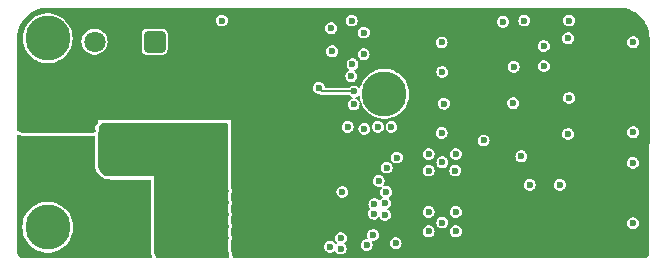
<source format=gbr>
%TF.GenerationSoftware,KiCad,Pcbnew,8.0.4*%
%TF.CreationDate,2025-03-19T01:09:58-05:00*%
%TF.ProjectId,Melty,4d656c74-792e-46b6-9963-61645f706362,rev?*%
%TF.SameCoordinates,Original*%
%TF.FileFunction,Copper,L2,Inr*%
%TF.FilePolarity,Positive*%
%FSLAX46Y46*%
G04 Gerber Fmt 4.6, Leading zero omitted, Abs format (unit mm)*
G04 Created by KiCad (PCBNEW 8.0.4) date 2025-03-19 01:09:58*
%MOMM*%
%LPD*%
G01*
G04 APERTURE LIST*
G04 Aperture macros list*
%AMRoundRect*
0 Rectangle with rounded corners*
0 $1 Rounding radius*
0 $2 $3 $4 $5 $6 $7 $8 $9 X,Y pos of 4 corners*
0 Add a 4 corners polygon primitive as box body*
4,1,4,$2,$3,$4,$5,$6,$7,$8,$9,$2,$3,0*
0 Add four circle primitives for the rounded corners*
1,1,$1+$1,$2,$3*
1,1,$1+$1,$4,$5*
1,1,$1+$1,$6,$7*
1,1,$1+$1,$8,$9*
0 Add four rect primitives between the rounded corners*
20,1,$1+$1,$2,$3,$4,$5,0*
20,1,$1+$1,$4,$5,$6,$7,0*
20,1,$1+$1,$6,$7,$8,$9,0*
20,1,$1+$1,$8,$9,$2,$3,0*%
G04 Aperture macros list end*
%TA.AperFunction,ComponentPad*%
%ADD10C,3.800000*%
%TD*%
%TA.AperFunction,ComponentPad*%
%ADD11RoundRect,0.250200X0.649800X0.649800X-0.649800X0.649800X-0.649800X-0.649800X0.649800X-0.649800X0*%
%TD*%
%TA.AperFunction,ComponentPad*%
%ADD12C,1.800000*%
%TD*%
%TA.AperFunction,ComponentPad*%
%ADD13R,3.000000X3.000000*%
%TD*%
%TA.AperFunction,ComponentPad*%
%ADD14C,3.000000*%
%TD*%
%TA.AperFunction,ViaPad*%
%ADD15C,0.600000*%
%TD*%
%TA.AperFunction,ViaPad*%
%ADD16C,0.450000*%
%TD*%
%TA.AperFunction,Conductor*%
%ADD17C,0.200000*%
%TD*%
G04 APERTURE END LIST*
D10*
%TO.N,N/C*%
%TO.C,REF\u002A\u002A*%
X153000000Y-52500000D03*
%TD*%
%TO.N,N/C*%
%TO.C,REF\u002A\u002A*%
X181500000Y-57200000D03*
%TD*%
%TO.N,N/C*%
%TO.C,REF\u002A\u002A*%
X153000000Y-68500000D03*
%TD*%
D11*
%TO.N,/IR*%
%TO.C,U5*%
X162040000Y-52775000D03*
D12*
%TO.N,GND*%
X159500000Y-52775000D03*
%TO.N,+3V3*%
X156960000Y-52775000D03*
%TD*%
D13*
%TO.N,Net-(J4-Pin_1)*%
%TO.C,J4*%
X153000000Y-63000000D03*
D14*
%TO.N,GND*%
X153000000Y-58000000D03*
%TD*%
D15*
%TO.N,+5V*%
X181650000Y-65500000D03*
D16*
%TO.N,GND*%
X175000000Y-65400000D03*
X172000000Y-69400000D03*
X173000000Y-66400000D03*
X174000000Y-68400000D03*
D15*
X195100000Y-64850000D03*
X175275460Y-58100000D03*
X179650000Y-69150000D03*
D16*
X171000000Y-66400000D03*
X171000000Y-68400000D03*
D15*
X183800000Y-66450000D03*
D16*
X175000000Y-69400000D03*
X172000000Y-67400000D03*
D15*
X182600000Y-66450000D03*
D16*
X174000000Y-65400000D03*
D15*
X186400000Y-65550000D03*
D16*
X173000000Y-68400000D03*
D15*
X175275460Y-51002962D03*
D16*
X171000000Y-67400000D03*
D15*
X187550000Y-66250000D03*
X185250000Y-64800000D03*
X189900000Y-62900000D03*
D16*
X173000000Y-67400000D03*
X173000000Y-69400000D03*
D15*
X187500000Y-64800000D03*
D16*
X174000000Y-66400000D03*
D15*
X165250000Y-51050000D03*
X185250000Y-66250000D03*
D16*
X172000000Y-66400000D03*
X174000000Y-67400000D03*
X173000000Y-65400000D03*
X175000000Y-67400000D03*
X175000000Y-66400000D03*
D15*
X192650000Y-64900000D03*
D16*
X171000000Y-69400000D03*
D15*
X175275460Y-54550000D03*
D16*
X172000000Y-68400000D03*
X172000000Y-65400000D03*
X171000000Y-65400000D03*
X175000000Y-68400000D03*
X174000000Y-69400000D03*
%TO.N,+BATT*%
X166100000Y-68400000D03*
X166100000Y-66400000D03*
X168100000Y-67400000D03*
X168100000Y-66400000D03*
X168100000Y-69400000D03*
X160500000Y-62000000D03*
X161500000Y-60100000D03*
X161500000Y-62000000D03*
X165100000Y-67400000D03*
X168100000Y-65400000D03*
X160500000Y-60100000D03*
X159500000Y-60100000D03*
X164100000Y-66400000D03*
X165100000Y-68400000D03*
X157500000Y-61000000D03*
X160500000Y-61000000D03*
X166100000Y-69400000D03*
X157500000Y-60100000D03*
X167100000Y-68400000D03*
X157500000Y-62000000D03*
X165100000Y-69400000D03*
X167100000Y-65400000D03*
X168100000Y-68400000D03*
X166100000Y-65400000D03*
X159500000Y-62000000D03*
X167100000Y-67400000D03*
X164100000Y-65400000D03*
X166100000Y-67400000D03*
X164100000Y-67400000D03*
D15*
X176900000Y-70150000D03*
D16*
X165100000Y-66400000D03*
X158500000Y-62000000D03*
X164100000Y-69400000D03*
X158500000Y-61000000D03*
X159500000Y-61000000D03*
X165100000Y-65400000D03*
X158500000Y-60100000D03*
X167100000Y-69400000D03*
X164100000Y-68400000D03*
X161500000Y-61000000D03*
X167100000Y-66400000D03*
D15*
%TO.N,+5V*%
X181550000Y-67450000D03*
X181550000Y-66450000D03*
X167750000Y-51000000D03*
X180950000Y-60000000D03*
X182100000Y-60000000D03*
X193100000Y-62500000D03*
X180600000Y-67350000D03*
X195000000Y-53150000D03*
X187550000Y-67200000D03*
X178900000Y-58086194D03*
X185250000Y-68850000D03*
X185250000Y-67200000D03*
X178724540Y-50997038D03*
X193350000Y-51000000D03*
X181025000Y-64575000D03*
X178800000Y-54700000D03*
X180650000Y-66550000D03*
X179812932Y-60171670D03*
X181692463Y-63442463D03*
X186400000Y-68100000D03*
X187550000Y-68850000D03*
%TO.N,+3V3*%
X197050000Y-60600000D03*
X185250000Y-62300000D03*
X192450000Y-54900000D03*
X182453399Y-69850252D03*
X197150000Y-57550000D03*
X177950000Y-65509620D03*
X197150000Y-51000000D03*
X180550000Y-69150000D03*
X189900000Y-61150000D03*
X192400000Y-58000000D03*
X185250000Y-63700000D03*
X187550000Y-62300000D03*
X186400000Y-63000000D03*
X197050000Y-52500000D03*
X187500000Y-63700000D03*
%TO.N,Net-(D1-DIN)*%
X179759620Y-52009620D03*
%TO.N,Net-(D1-DOUT)*%
X177067505Y-53600000D03*
X177000000Y-51650000D03*
%TO.N,Net-(D3-DOUT)*%
X175950000Y-56699998D03*
X178950000Y-57000000D03*
%TO.N,/VSense*%
X202550000Y-68150000D03*
X182550000Y-62600000D03*
%TO.N,/ESC2*%
X193800000Y-64900000D03*
%TO.N,/ESC1*%
X196350000Y-64900000D03*
%TO.N,/RX*%
X186350000Y-52850000D03*
%TO.N,Net-(Q1-D)*%
X191550000Y-51100000D03*
%TO.N,/TX*%
X202561364Y-52833000D03*
%TO.N,Net-(Q2-D)*%
X195000000Y-54850000D03*
%TO.N,/LED*%
X202561364Y-60453000D03*
%TO.N,/SCK*%
X177809311Y-69418621D03*
X186400000Y-55350000D03*
%TO.N,/MOSI*%
X177800000Y-70300000D03*
X186350000Y-60500000D03*
%TO.N,/IR*%
X178400000Y-60000000D03*
X202550000Y-63050000D03*
%TO.N,/MISO*%
X186534620Y-58034620D03*
X180000000Y-70000000D03*
D16*
%TO.N,Net-(J4-Pin_1)*%
X156500000Y-62000000D03*
X157500000Y-67000000D03*
X155500000Y-64000000D03*
X156500000Y-66000000D03*
X157500000Y-70000000D03*
X155500000Y-62000000D03*
X160500000Y-69000000D03*
X158500000Y-68000000D03*
X156500000Y-69000000D03*
X160500000Y-68000000D03*
X161500000Y-68000000D03*
X160500000Y-67000000D03*
X159500000Y-70000000D03*
X156500000Y-70000000D03*
X157500000Y-68000000D03*
X161500000Y-67000000D03*
X159500000Y-68000000D03*
X156500000Y-65000000D03*
X156500000Y-64000000D03*
X156500000Y-61000000D03*
X158500000Y-67000000D03*
X161500000Y-70000000D03*
X161500000Y-69000000D03*
X160500000Y-70000000D03*
X155500000Y-63000000D03*
X159500000Y-67000000D03*
X159500000Y-69000000D03*
X158500000Y-70000000D03*
X156500000Y-67000000D03*
X156500000Y-68000000D03*
X157500000Y-69000000D03*
X155500000Y-61000000D03*
X158500000Y-69000000D03*
X155500000Y-65000000D03*
X156500000Y-63000000D03*
D15*
%TO.N,Net-(D5-DOUT)*%
X179750000Y-53850000D03*
X178700000Y-55700000D03*
%TD*%
D17*
%TO.N,Net-(D3-DOUT)*%
X176250002Y-57000000D02*
X175950000Y-56699998D01*
X178950000Y-57000000D02*
X176250002Y-57000000D01*
%TD*%
%TA.AperFunction,Conductor*%
%TO.N,GND*%
G36*
X175400000Y-55050000D02*
G01*
X175400000Y-56660120D01*
X175394750Y-56699997D01*
X175394750Y-56699998D01*
X175400000Y-56739874D01*
X175400000Y-71142393D01*
X168883388Y-71142393D01*
X168816349Y-71122708D01*
X168787284Y-71096751D01*
X168778055Y-71085432D01*
X168724692Y-71019983D01*
X168711309Y-70999835D01*
X168631128Y-70849000D01*
X168621913Y-70826639D01*
X168572547Y-70663096D01*
X168567851Y-70639370D01*
X168550592Y-70463310D01*
X168550000Y-70451213D01*
X168550000Y-69586251D01*
X168559177Y-69544065D01*
X168558433Y-69543847D01*
X168560927Y-69535349D01*
X168560931Y-69535342D01*
X168580390Y-69400000D01*
X168560931Y-69264658D01*
X168558432Y-69256147D01*
X168559175Y-69255928D01*
X168550000Y-69213746D01*
X168550000Y-68586251D01*
X168559177Y-68544065D01*
X168558433Y-68543847D01*
X168560927Y-68535349D01*
X168560931Y-68535342D01*
X168580390Y-68400000D01*
X168560931Y-68264658D01*
X168558432Y-68256147D01*
X168559175Y-68255928D01*
X168550000Y-68213746D01*
X168550000Y-67586251D01*
X168559177Y-67544065D01*
X168558433Y-67543847D01*
X168560927Y-67535349D01*
X168560931Y-67535342D01*
X168580390Y-67400000D01*
X168560931Y-67264658D01*
X168558432Y-67256147D01*
X168559175Y-67255928D01*
X168550000Y-67213746D01*
X168550000Y-66586251D01*
X168559177Y-66544065D01*
X168558433Y-66543847D01*
X168560927Y-66535349D01*
X168560931Y-66535342D01*
X168580390Y-66400000D01*
X168560931Y-66264658D01*
X168558432Y-66256147D01*
X168559175Y-66255928D01*
X168550000Y-66213746D01*
X168550000Y-65586251D01*
X168559177Y-65544065D01*
X168558433Y-65543847D01*
X168560927Y-65535349D01*
X168560931Y-65535342D01*
X168580390Y-65400000D01*
X168560931Y-65264658D01*
X168558432Y-65256147D01*
X168559175Y-65255928D01*
X168550000Y-65213746D01*
X168550000Y-60450003D01*
X168550000Y-60450000D01*
X168550000Y-59450000D01*
X167550000Y-59450000D01*
X167549997Y-59450000D01*
X157774992Y-59450000D01*
X157250000Y-59450000D01*
X157250000Y-59695436D01*
X157185413Y-59736942D01*
X157185409Y-59736946D01*
X157095872Y-59840278D01*
X157095867Y-59840285D01*
X157039070Y-59964654D01*
X157039068Y-59964662D01*
X157019610Y-60100000D01*
X157039068Y-60235341D01*
X157039069Y-60235345D01*
X157050394Y-60260141D01*
X157060338Y-60329300D01*
X157031313Y-60392855D01*
X157013086Y-60410029D01*
X157000451Y-60419724D01*
X156972418Y-60435909D01*
X156875961Y-60475863D01*
X156844694Y-60484241D01*
X156746010Y-60497233D01*
X156733058Y-60498939D01*
X156716874Y-60500000D01*
X151008845Y-60500000D01*
X150996694Y-60499403D01*
X150819866Y-60481991D01*
X150796030Y-60477251D01*
X150631850Y-60427460D01*
X150609398Y-60418163D01*
X150514640Y-60367530D01*
X150469105Y-60343198D01*
X150419255Y-60294243D01*
X150403546Y-60233886D01*
X150401465Y-54951579D01*
X175400000Y-55050000D01*
G37*
%TD.AperFunction*%
%TD*%
%TA.AperFunction,Conductor*%
%TO.N,Net-(J4-Pin_1)*%
G36*
X150563752Y-60673799D02*
G01*
X150721868Y-60721751D01*
X150721874Y-60721752D01*
X150721879Y-60721754D01*
X150746197Y-60727844D01*
X150770033Y-60732584D01*
X150794828Y-60736261D01*
X150794834Y-60736261D01*
X150794837Y-60736262D01*
X150971645Y-60753672D01*
X150971648Y-60753672D01*
X150971656Y-60753673D01*
X150984156Y-60754595D01*
X150996307Y-60755192D01*
X151008845Y-60755500D01*
X151008864Y-60755500D01*
X156716862Y-60755500D01*
X156716874Y-60755500D01*
X156733588Y-60754953D01*
X156749772Y-60753892D01*
X156766424Y-60752251D01*
X156779376Y-60750545D01*
X156779375Y-60750544D01*
X156781044Y-60750324D01*
X156854318Y-60740678D01*
X156923352Y-60751444D01*
X156975607Y-60797825D01*
X156994500Y-60863617D01*
X156994500Y-63193907D01*
X156994723Y-63202984D01*
X156994808Y-63206450D01*
X156995406Y-63218618D01*
X156996325Y-63231086D01*
X157013745Y-63407958D01*
X157013751Y-63408009D01*
X157017421Y-63432756D01*
X157017427Y-63432785D01*
X157022169Y-63456627D01*
X157028249Y-63480899D01*
X157028257Y-63480928D01*
X157078079Y-63645171D01*
X157086523Y-63668772D01*
X157086524Y-63668775D01*
X157095826Y-63691231D01*
X157106550Y-63713905D01*
X157106557Y-63713919D01*
X157187430Y-63865220D01*
X157187456Y-63865267D01*
X157200331Y-63886747D01*
X157213807Y-63906917D01*
X157213853Y-63906983D01*
X157228761Y-63927082D01*
X157228773Y-63927098D01*
X157298844Y-64012480D01*
X157337644Y-64059758D01*
X157354473Y-64078326D01*
X157371672Y-64095525D01*
X157390240Y-64112354D01*
X157390245Y-64112358D01*
X157522901Y-64221226D01*
X157522916Y-64221237D01*
X157543015Y-64236145D01*
X157543081Y-64236191D01*
X157563251Y-64249667D01*
X157584731Y-64262542D01*
X157584747Y-64262551D01*
X157584759Y-64262558D01*
X157584778Y-64262568D01*
X157736079Y-64343441D01*
X157736093Y-64343448D01*
X157736097Y-64343450D01*
X157736101Y-64343452D01*
X157758762Y-64354170D01*
X157781220Y-64363473D01*
X157804834Y-64371922D01*
X157969057Y-64421738D01*
X157993381Y-64427831D01*
X158017222Y-64432573D01*
X158035462Y-64435278D01*
X158042020Y-64436252D01*
X158059984Y-64438021D01*
X158218895Y-64453673D01*
X158231404Y-64454595D01*
X158243558Y-64455192D01*
X158256093Y-64455500D01*
X161620500Y-64455500D01*
X161687539Y-64475185D01*
X161733294Y-64527989D01*
X161744500Y-64579500D01*
X161744500Y-70486231D01*
X161744809Y-70498804D01*
X161745413Y-70511023D01*
X161746345Y-70523603D01*
X161762762Y-70689480D01*
X161763931Y-70701287D01*
X161763940Y-70701357D01*
X161767647Y-70726222D01*
X161772433Y-70750168D01*
X161778588Y-70774617D01*
X161778589Y-70774622D01*
X161828884Y-70939574D01*
X161834860Y-70956187D01*
X161839026Y-71025933D01*
X161814032Y-71076817D01*
X161797422Y-71097056D01*
X161739679Y-71136391D01*
X161701569Y-71142393D01*
X151014064Y-71142393D01*
X151000181Y-71141613D01*
X150975195Y-71138797D01*
X150887588Y-71128927D01*
X150860518Y-71122749D01*
X150760178Y-71087639D01*
X150735160Y-71075591D01*
X150645150Y-71019034D01*
X150623441Y-71001721D01*
X150548278Y-70926558D01*
X150530965Y-70904849D01*
X150474408Y-70814839D01*
X150462360Y-70789821D01*
X150457040Y-70774618D01*
X150427248Y-70689474D01*
X150421072Y-70662410D01*
X150420024Y-70653112D01*
X150408387Y-70549819D01*
X150407607Y-70535936D01*
X150407607Y-70476531D01*
X150407580Y-70476166D01*
X150406801Y-68500000D01*
X150844475Y-68500000D01*
X150864551Y-68793511D01*
X150864552Y-68793513D01*
X150924404Y-69081543D01*
X150924409Y-69081559D01*
X151022927Y-69358762D01*
X151158278Y-69619977D01*
X151158282Y-69619983D01*
X151327932Y-69860323D01*
X151528743Y-70075338D01*
X151656384Y-70179181D01*
X151756951Y-70260999D01*
X151756953Y-70261000D01*
X151756954Y-70261001D01*
X152008319Y-70413860D01*
X152008324Y-70413862D01*
X152260975Y-70523603D01*
X152278159Y-70531067D01*
X152561445Y-70610440D01*
X152817681Y-70645659D01*
X152852901Y-70650500D01*
X152852902Y-70650500D01*
X153147099Y-70650500D01*
X153178520Y-70646180D01*
X153438555Y-70610440D01*
X153721841Y-70531067D01*
X153991682Y-70413859D01*
X154243049Y-70260999D01*
X154471260Y-70075335D01*
X154672065Y-69860326D01*
X154841722Y-69619976D01*
X154977072Y-69358764D01*
X155075592Y-69081554D01*
X155075592Y-69081549D01*
X155075595Y-69081543D01*
X155108511Y-68923135D01*
X155135448Y-68793511D01*
X155155525Y-68500000D01*
X155135448Y-68206489D01*
X155118089Y-68122955D01*
X155075595Y-67918456D01*
X155075590Y-67918440D01*
X154977072Y-67641237D01*
X154977072Y-67641236D01*
X154841722Y-67380024D01*
X154841721Y-67380022D01*
X154841717Y-67380016D01*
X154672067Y-67139676D01*
X154471256Y-66924661D01*
X154243045Y-66738998D01*
X153991680Y-66586139D01*
X153991675Y-66586137D01*
X153721845Y-66468934D01*
X153438560Y-66389561D01*
X153438556Y-66389560D01*
X153438555Y-66389560D01*
X153292826Y-66369530D01*
X153147099Y-66349500D01*
X153147098Y-66349500D01*
X152852902Y-66349500D01*
X152852901Y-66349500D01*
X152561445Y-66389560D01*
X152561439Y-66389561D01*
X152278154Y-66468934D01*
X152008324Y-66586137D01*
X152008319Y-66586139D01*
X151756954Y-66738998D01*
X151528743Y-66924661D01*
X151327932Y-67139676D01*
X151158282Y-67380016D01*
X151158278Y-67380022D01*
X151022927Y-67641237D01*
X150924409Y-67918440D01*
X150924404Y-67918456D01*
X150864552Y-68206486D01*
X150864551Y-68206488D01*
X150844475Y-68500000D01*
X150406801Y-68500000D01*
X150403765Y-60792508D01*
X150423423Y-60725464D01*
X150476209Y-60679688D01*
X150545364Y-60669717D01*
X150563752Y-60673799D01*
G37*
%TD.AperFunction*%
%TD*%
%TA.AperFunction,Conductor*%
%TO.N,+BATT*%
G36*
X168234214Y-59725185D02*
G01*
X168245828Y-59733637D01*
X168247655Y-59735136D01*
X168264845Y-59752322D01*
X168266347Y-59754153D01*
X168293665Y-59818459D01*
X168294500Y-59832824D01*
X168294500Y-65213746D01*
X168300338Y-65268056D01*
X168308108Y-65303778D01*
X168309679Y-65312483D01*
X168319725Y-65382352D01*
X168319725Y-65417647D01*
X168309681Y-65487505D01*
X168308110Y-65496211D01*
X168300338Y-65531941D01*
X168294500Y-65586254D01*
X168294500Y-66213746D01*
X168300338Y-66268056D01*
X168308108Y-66303778D01*
X168309679Y-66312483D01*
X168319725Y-66382352D01*
X168319725Y-66417647D01*
X168309681Y-66487505D01*
X168308110Y-66496211D01*
X168300338Y-66531941D01*
X168294500Y-66586254D01*
X168294500Y-67213746D01*
X168300338Y-67268056D01*
X168308108Y-67303778D01*
X168309679Y-67312483D01*
X168319725Y-67382352D01*
X168319725Y-67417647D01*
X168309681Y-67487505D01*
X168308110Y-67496211D01*
X168300338Y-67531941D01*
X168294500Y-67586254D01*
X168294500Y-68213746D01*
X168300338Y-68268056D01*
X168308108Y-68303778D01*
X168309679Y-68312483D01*
X168319725Y-68382352D01*
X168319725Y-68417647D01*
X168309681Y-68487505D01*
X168308110Y-68496211D01*
X168300338Y-68531941D01*
X168294500Y-68586254D01*
X168294500Y-69213746D01*
X168300338Y-69268056D01*
X168308108Y-69303778D01*
X168309679Y-69312483D01*
X168319725Y-69382352D01*
X168319725Y-69417647D01*
X168309681Y-69487505D01*
X168308110Y-69496211D01*
X168300338Y-69531941D01*
X168294500Y-69586254D01*
X168294500Y-70451215D01*
X168294804Y-70463696D01*
X168295397Y-70475822D01*
X168296310Y-70488235D01*
X168313565Y-70664259D01*
X168313572Y-70664311D01*
X168317209Y-70688958D01*
X168317210Y-70688959D01*
X168317213Y-70688978D01*
X168319415Y-70700101D01*
X168321911Y-70712715D01*
X168327940Y-70736898D01*
X168327947Y-70736925D01*
X168377316Y-70900479D01*
X168382972Y-70916367D01*
X168386910Y-70986126D01*
X168362269Y-71036294D01*
X168313000Y-71096738D01*
X168255391Y-71136264D01*
X168216888Y-71142393D01*
X162304625Y-71142393D01*
X162237586Y-71122708D01*
X162209038Y-71097381D01*
X162177933Y-71059736D01*
X162164319Y-71039487D01*
X162082660Y-70887587D01*
X162073273Y-70865045D01*
X162022980Y-70700101D01*
X162018192Y-70676149D01*
X162017020Y-70664311D01*
X162000603Y-70498429D01*
X162000000Y-70486216D01*
X162000000Y-65200003D01*
X162000000Y-65200000D01*
X162000000Y-64200000D01*
X161000000Y-64200000D01*
X160999997Y-64200000D01*
X158256093Y-64200000D01*
X158243939Y-64199403D01*
X158067065Y-64181982D01*
X158043224Y-64177240D01*
X157879001Y-64127424D01*
X157856543Y-64118121D01*
X157705201Y-64037227D01*
X157684989Y-64023722D01*
X157552333Y-63914854D01*
X157535145Y-63897666D01*
X157426277Y-63765010D01*
X157412772Y-63744798D01*
X157331878Y-63593456D01*
X157322575Y-63570998D01*
X157272757Y-63406769D01*
X157268018Y-63382941D01*
X157250597Y-63206061D01*
X157250000Y-63193907D01*
X157250000Y-60556007D01*
X157263605Y-60505535D01*
X157261231Y-60504451D01*
X157263723Y-60498995D01*
X157292748Y-60435440D01*
X157307902Y-60392485D01*
X157313237Y-60292937D01*
X157303293Y-60223778D01*
X157301602Y-60218022D01*
X157301602Y-60148154D01*
X157301806Y-60147467D01*
X157322579Y-60078987D01*
X157331871Y-60056556D01*
X157412775Y-59905195D01*
X157426272Y-59884995D01*
X157535152Y-59752326D01*
X157552367Y-59735117D01*
X157553040Y-59734564D01*
X157554198Y-59733616D01*
X157618519Y-59706328D01*
X157632825Y-59705500D01*
X168167175Y-59705500D01*
X168234214Y-59725185D01*
G37*
%TD.AperFunction*%
%TD*%
%TA.AperFunction,Conductor*%
%TO.N,GND*%
G36*
X201352065Y-49900615D02*
G01*
X201636914Y-49916612D01*
X201645150Y-49917541D01*
X201924345Y-49964978D01*
X201932428Y-49966823D01*
X202204578Y-50045227D01*
X202212390Y-50047961D01*
X202474053Y-50156345D01*
X202481503Y-50159932D01*
X202729388Y-50296934D01*
X202736394Y-50301336D01*
X202967388Y-50465235D01*
X202973856Y-50470394D01*
X203051798Y-50540047D01*
X203185025Y-50659107D01*
X203190892Y-50664974D01*
X203238150Y-50717855D01*
X203379603Y-50876141D01*
X203384766Y-50882613D01*
X203440593Y-50961294D01*
X203548661Y-51113602D01*
X203553068Y-51120616D01*
X203690063Y-51368489D01*
X203693657Y-51375953D01*
X203797841Y-51627477D01*
X203802033Y-51637596D01*
X203804774Y-51645429D01*
X203883175Y-51917567D01*
X203885021Y-51925657D01*
X203932457Y-52204843D01*
X203933387Y-52213090D01*
X203949383Y-52497919D01*
X203949499Y-52502097D01*
X203942417Y-70480013D01*
X203942393Y-70480357D01*
X203942393Y-70538738D01*
X203941928Y-70547023D01*
X203928296Y-70668015D01*
X203924608Y-70684171D01*
X203885779Y-70795136D01*
X203878590Y-70810065D01*
X203816039Y-70909616D01*
X203805707Y-70922572D01*
X203722572Y-71005707D01*
X203709616Y-71016039D01*
X203610065Y-71078590D01*
X203595136Y-71085779D01*
X203505566Y-71117121D01*
X203484169Y-71124608D01*
X203468015Y-71128296D01*
X203347023Y-71141928D01*
X203338738Y-71142393D01*
X175400000Y-71142393D01*
X175400000Y-70150000D01*
X176394353Y-70150000D01*
X176414834Y-70292454D01*
X176414834Y-70292455D01*
X176414835Y-70292457D01*
X176440442Y-70348528D01*
X176474623Y-70423373D01*
X176568868Y-70532139D01*
X176568869Y-70532140D01*
X176568872Y-70532143D01*
X176689947Y-70609953D01*
X176796403Y-70641211D01*
X176828035Y-70650499D01*
X176828037Y-70650500D01*
X176828039Y-70650500D01*
X176971963Y-70650500D01*
X176971964Y-70650499D01*
X177110053Y-70609953D01*
X177231128Y-70532143D01*
X177237361Y-70524949D01*
X177288005Y-70499597D01*
X177341745Y-70517481D01*
X177360599Y-70542666D01*
X177374622Y-70573372D01*
X177468868Y-70682139D01*
X177468869Y-70682140D01*
X177468872Y-70682143D01*
X177537478Y-70726233D01*
X177574747Y-70750185D01*
X177589947Y-70759953D01*
X177696403Y-70791211D01*
X177728035Y-70800499D01*
X177728037Y-70800500D01*
X177728039Y-70800500D01*
X177871963Y-70800500D01*
X177871964Y-70800499D01*
X177890229Y-70795136D01*
X178010053Y-70759953D01*
X178131128Y-70682143D01*
X178225377Y-70573373D01*
X178285165Y-70442457D01*
X178305647Y-70300000D01*
X178285165Y-70157543D01*
X178225377Y-70026627D01*
X178202305Y-70000000D01*
X179494353Y-70000000D01*
X179514834Y-70142454D01*
X179574623Y-70273373D01*
X179668868Y-70382139D01*
X179668869Y-70382140D01*
X179668872Y-70382143D01*
X179744590Y-70430804D01*
X179781203Y-70454334D01*
X179789947Y-70459953D01*
X179879392Y-70486216D01*
X179928035Y-70500499D01*
X179928037Y-70500500D01*
X179928039Y-70500500D01*
X180071963Y-70500500D01*
X180071964Y-70500499D01*
X180077696Y-70498816D01*
X180210053Y-70459953D01*
X180331128Y-70382143D01*
X180425377Y-70273373D01*
X180485165Y-70142457D01*
X180505647Y-70000000D01*
X180485165Y-69857543D01*
X180481835Y-69850252D01*
X181947752Y-69850252D01*
X181968233Y-69992706D01*
X181968233Y-69992707D01*
X181968234Y-69992709D01*
X182028022Y-70123625D01*
X182122267Y-70232391D01*
X182122268Y-70232392D01*
X182122271Y-70232395D01*
X182214873Y-70291906D01*
X182227466Y-70300000D01*
X182243346Y-70310205D01*
X182349802Y-70341463D01*
X182381434Y-70350751D01*
X182381436Y-70350752D01*
X182381438Y-70350752D01*
X182525362Y-70350752D01*
X182525363Y-70350751D01*
X182532934Y-70348528D01*
X182663452Y-70310205D01*
X182784527Y-70232395D01*
X182878776Y-70123625D01*
X182938564Y-69992709D01*
X182959046Y-69850252D01*
X182938564Y-69707795D01*
X182878776Y-69576879D01*
X182784527Y-69468109D01*
X182707522Y-69418621D01*
X182663453Y-69390299D01*
X182663449Y-69390298D01*
X182525363Y-69349752D01*
X182525360Y-69349752D01*
X182381438Y-69349752D01*
X182381435Y-69349752D01*
X182243348Y-69390298D01*
X182243344Y-69390299D01*
X182122274Y-69468107D01*
X182122267Y-69468112D01*
X182028022Y-69576878D01*
X181968233Y-69707797D01*
X181947752Y-69850252D01*
X180481835Y-69850252D01*
X180438443Y-69755239D01*
X180436423Y-69698640D01*
X180475016Y-69657187D01*
X180505757Y-69650500D01*
X180621963Y-69650500D01*
X180621964Y-69650499D01*
X180760053Y-69609953D01*
X180881128Y-69532143D01*
X180975377Y-69423373D01*
X181035165Y-69292457D01*
X181055647Y-69150000D01*
X181035165Y-69007543D01*
X180975377Y-68876627D01*
X180952304Y-68850000D01*
X184744353Y-68850000D01*
X184764834Y-68992454D01*
X184764834Y-68992455D01*
X184764835Y-68992457D01*
X184799349Y-69068032D01*
X184824623Y-69123373D01*
X184918868Y-69232139D01*
X184918869Y-69232140D01*
X184918872Y-69232143D01*
X185039947Y-69309953D01*
X185138182Y-69338797D01*
X185178035Y-69350499D01*
X185178037Y-69350500D01*
X185178039Y-69350500D01*
X185321963Y-69350500D01*
X185321964Y-69350499D01*
X185337324Y-69345989D01*
X185460053Y-69309953D01*
X185581128Y-69232143D01*
X185675377Y-69123373D01*
X185735165Y-68992457D01*
X185755647Y-68850000D01*
X187044353Y-68850000D01*
X187064834Y-68992454D01*
X187064834Y-68992455D01*
X187064835Y-68992457D01*
X187099349Y-69068032D01*
X187124623Y-69123373D01*
X187218868Y-69232139D01*
X187218869Y-69232140D01*
X187218872Y-69232143D01*
X187339947Y-69309953D01*
X187438182Y-69338797D01*
X187478035Y-69350499D01*
X187478037Y-69350500D01*
X187478039Y-69350500D01*
X187621963Y-69350500D01*
X187621964Y-69350499D01*
X187637324Y-69345989D01*
X187760053Y-69309953D01*
X187881128Y-69232143D01*
X187975377Y-69123373D01*
X188035165Y-68992457D01*
X188055647Y-68850000D01*
X188035165Y-68707543D01*
X187975377Y-68576627D01*
X187893507Y-68482143D01*
X187881131Y-68467860D01*
X187881129Y-68467859D01*
X187881128Y-68467857D01*
X187823472Y-68430804D01*
X187760054Y-68390047D01*
X187760050Y-68390046D01*
X187621964Y-68349500D01*
X187621961Y-68349500D01*
X187478039Y-68349500D01*
X187478036Y-68349500D01*
X187339949Y-68390046D01*
X187339945Y-68390047D01*
X187218875Y-68467855D01*
X187218868Y-68467860D01*
X187124623Y-68576626D01*
X187064834Y-68707545D01*
X187044353Y-68850000D01*
X185755647Y-68850000D01*
X185735165Y-68707543D01*
X185675377Y-68576627D01*
X185593507Y-68482143D01*
X185581131Y-68467860D01*
X185581129Y-68467859D01*
X185581128Y-68467857D01*
X185523472Y-68430804D01*
X185460054Y-68390047D01*
X185460050Y-68390046D01*
X185321964Y-68349500D01*
X185321961Y-68349500D01*
X185178039Y-68349500D01*
X185178036Y-68349500D01*
X185039949Y-68390046D01*
X185039945Y-68390047D01*
X184918875Y-68467855D01*
X184918868Y-68467860D01*
X184824623Y-68576626D01*
X184764834Y-68707545D01*
X184744353Y-68850000D01*
X180952304Y-68850000D01*
X180951814Y-68849434D01*
X180881131Y-68767860D01*
X180881129Y-68767859D01*
X180881128Y-68767857D01*
X180824182Y-68731260D01*
X180760054Y-68690047D01*
X180760050Y-68690046D01*
X180621964Y-68649500D01*
X180621961Y-68649500D01*
X180478039Y-68649500D01*
X180478036Y-68649500D01*
X180339949Y-68690046D01*
X180339945Y-68690047D01*
X180218875Y-68767855D01*
X180218868Y-68767860D01*
X180124623Y-68876626D01*
X180064834Y-69007545D01*
X180044353Y-69150000D01*
X180064834Y-69292454D01*
X180064834Y-69292455D01*
X180064835Y-69292457D01*
X180111556Y-69394760D01*
X180113577Y-69451360D01*
X180074984Y-69492813D01*
X180044243Y-69499500D01*
X179928036Y-69499500D01*
X179789949Y-69540046D01*
X179789945Y-69540047D01*
X179668875Y-69617855D01*
X179668868Y-69617860D01*
X179574623Y-69726626D01*
X179514834Y-69857545D01*
X179494353Y-70000000D01*
X178202305Y-70000000D01*
X178131128Y-69917857D01*
X178131127Y-69917856D01*
X178127662Y-69913857D01*
X178129110Y-69912602D01*
X178106860Y-69868146D01*
X178124749Y-69814408D01*
X178136464Y-69804258D01*
X178136439Y-69804229D01*
X178140432Y-69800768D01*
X178140439Y-69800764D01*
X178234688Y-69691994D01*
X178294476Y-69561078D01*
X178314958Y-69418621D01*
X178294476Y-69276164D01*
X178234688Y-69145248D01*
X178211125Y-69118055D01*
X178140442Y-69036481D01*
X178140440Y-69036480D01*
X178140439Y-69036478D01*
X178071936Y-68992454D01*
X178019365Y-68958668D01*
X178019361Y-68958667D01*
X177881275Y-68918121D01*
X177881272Y-68918121D01*
X177737350Y-68918121D01*
X177737347Y-68918121D01*
X177599260Y-68958667D01*
X177599256Y-68958668D01*
X177478186Y-69036476D01*
X177478179Y-69036481D01*
X177383934Y-69145247D01*
X177324145Y-69276166D01*
X177303664Y-69418621D01*
X177324145Y-69561075D01*
X177324145Y-69561076D01*
X177324146Y-69561078D01*
X177364984Y-69650499D01*
X177383934Y-69691994D01*
X177481649Y-69804764D01*
X177480199Y-69806019D01*
X177502450Y-69850472D01*
X177484562Y-69904210D01*
X177472846Y-69914362D01*
X177472872Y-69914392D01*
X177468864Y-69917864D01*
X177462634Y-69925054D01*
X177411987Y-69950403D01*
X177358249Y-69932513D01*
X177339400Y-69907334D01*
X177325377Y-69876627D01*
X177283847Y-69828698D01*
X177231131Y-69767860D01*
X177231129Y-69767859D01*
X177231128Y-69767857D01*
X177137673Y-69707797D01*
X177110054Y-69690047D01*
X177110050Y-69690046D01*
X176971964Y-69649500D01*
X176971961Y-69649500D01*
X176828039Y-69649500D01*
X176828036Y-69649500D01*
X176689949Y-69690046D01*
X176689945Y-69690047D01*
X176568875Y-69767855D01*
X176568868Y-69767860D01*
X176474623Y-69876626D01*
X176414834Y-70007545D01*
X176394353Y-70150000D01*
X175400000Y-70150000D01*
X175400000Y-68100000D01*
X185894353Y-68100000D01*
X185914834Y-68242454D01*
X185914834Y-68242455D01*
X185914835Y-68242457D01*
X185965306Y-68352971D01*
X185974623Y-68373373D01*
X186068868Y-68482139D01*
X186068869Y-68482140D01*
X186068872Y-68482143D01*
X186189947Y-68559953D01*
X186293236Y-68590281D01*
X186328035Y-68600499D01*
X186328037Y-68600500D01*
X186328039Y-68600500D01*
X186471963Y-68600500D01*
X186471964Y-68600499D01*
X186610053Y-68559953D01*
X186731128Y-68482143D01*
X186825377Y-68373373D01*
X186885165Y-68242457D01*
X186898458Y-68150000D01*
X202044353Y-68150000D01*
X202064834Y-68292454D01*
X202124623Y-68423373D01*
X202218868Y-68532139D01*
X202218869Y-68532140D01*
X202218872Y-68532143D01*
X202339947Y-68609953D01*
X202446403Y-68641211D01*
X202478035Y-68650499D01*
X202478037Y-68650500D01*
X202478039Y-68650500D01*
X202621963Y-68650500D01*
X202621964Y-68650499D01*
X202760053Y-68609953D01*
X202881128Y-68532143D01*
X202975377Y-68423373D01*
X203035165Y-68292457D01*
X203055647Y-68150000D01*
X203035165Y-68007543D01*
X202975377Y-67876627D01*
X202881128Y-67767857D01*
X202824182Y-67731260D01*
X202760054Y-67690047D01*
X202760050Y-67690046D01*
X202621964Y-67649500D01*
X202621961Y-67649500D01*
X202478039Y-67649500D01*
X202478036Y-67649500D01*
X202339949Y-67690046D01*
X202339945Y-67690047D01*
X202218875Y-67767855D01*
X202218868Y-67767860D01*
X202124623Y-67876626D01*
X202064834Y-68007545D01*
X202044353Y-68150000D01*
X186898458Y-68150000D01*
X186905647Y-68100000D01*
X186885165Y-67957543D01*
X186825377Y-67826627D01*
X186743507Y-67732143D01*
X186731131Y-67717860D01*
X186731129Y-67717859D01*
X186731128Y-67717857D01*
X186644893Y-67662437D01*
X186610054Y-67640047D01*
X186610050Y-67640046D01*
X186471964Y-67599500D01*
X186471961Y-67599500D01*
X186328039Y-67599500D01*
X186328036Y-67599500D01*
X186189949Y-67640046D01*
X186189945Y-67640047D01*
X186068875Y-67717855D01*
X186068868Y-67717860D01*
X185974623Y-67826626D01*
X185914834Y-67957545D01*
X185894353Y-68100000D01*
X175400000Y-68100000D01*
X175400000Y-67350000D01*
X180094353Y-67350000D01*
X180114834Y-67492454D01*
X180114834Y-67492455D01*
X180114835Y-67492457D01*
X180174623Y-67623373D01*
X180268868Y-67732139D01*
X180268869Y-67732140D01*
X180268872Y-67732143D01*
X180389947Y-67809953D01*
X180496403Y-67841211D01*
X180528035Y-67850499D01*
X180528037Y-67850500D01*
X180528039Y-67850500D01*
X180671963Y-67850500D01*
X180671964Y-67850499D01*
X180810053Y-67809953D01*
X180931128Y-67732143D01*
X180985058Y-67669903D01*
X181035703Y-67644552D01*
X181089442Y-67662437D01*
X181108295Y-67687621D01*
X181124622Y-67723372D01*
X181218868Y-67832139D01*
X181218869Y-67832140D01*
X181218872Y-67832143D01*
X181339947Y-67909953D01*
X181446403Y-67941211D01*
X181478035Y-67950499D01*
X181478037Y-67950500D01*
X181478039Y-67950500D01*
X181621963Y-67950500D01*
X181621964Y-67950499D01*
X181760053Y-67909953D01*
X181881128Y-67832143D01*
X181975377Y-67723373D01*
X182035165Y-67592457D01*
X182055647Y-67450000D01*
X182035165Y-67307543D01*
X181986051Y-67200000D01*
X184744353Y-67200000D01*
X184764834Y-67342454D01*
X184824623Y-67473373D01*
X184918868Y-67582139D01*
X184918869Y-67582140D01*
X184918872Y-67582143D01*
X185008971Y-67640046D01*
X185015982Y-67644552D01*
X185039947Y-67659953D01*
X185134177Y-67687621D01*
X185178035Y-67700499D01*
X185178037Y-67700500D01*
X185178039Y-67700500D01*
X185321963Y-67700500D01*
X185321964Y-67700499D01*
X185460053Y-67659953D01*
X185581128Y-67582143D01*
X185675377Y-67473373D01*
X185735165Y-67342457D01*
X185755647Y-67200000D01*
X187044353Y-67200000D01*
X187064834Y-67342454D01*
X187124623Y-67473373D01*
X187218868Y-67582139D01*
X187218869Y-67582140D01*
X187218872Y-67582143D01*
X187308971Y-67640046D01*
X187315982Y-67644552D01*
X187339947Y-67659953D01*
X187434177Y-67687621D01*
X187478035Y-67700499D01*
X187478037Y-67700500D01*
X187478039Y-67700500D01*
X187621963Y-67700500D01*
X187621964Y-67700499D01*
X187760053Y-67659953D01*
X187881128Y-67582143D01*
X187975377Y-67473373D01*
X188035165Y-67342457D01*
X188055647Y-67200000D01*
X188035165Y-67057543D01*
X187975377Y-66926627D01*
X187893506Y-66832142D01*
X187881131Y-66817860D01*
X187881129Y-66817859D01*
X187881128Y-66817857D01*
X187822136Y-66779945D01*
X187760054Y-66740047D01*
X187760050Y-66740046D01*
X187621964Y-66699500D01*
X187621961Y-66699500D01*
X187478039Y-66699500D01*
X187478036Y-66699500D01*
X187339949Y-66740046D01*
X187339945Y-66740047D01*
X187218875Y-66817855D01*
X187218868Y-66817860D01*
X187124623Y-66926626D01*
X187064834Y-67057545D01*
X187044353Y-67200000D01*
X185755647Y-67200000D01*
X185735165Y-67057543D01*
X185675377Y-66926627D01*
X185593506Y-66832142D01*
X185581131Y-66817860D01*
X185581129Y-66817859D01*
X185581128Y-66817857D01*
X185522136Y-66779945D01*
X185460054Y-66740047D01*
X185460050Y-66740046D01*
X185321964Y-66699500D01*
X185321961Y-66699500D01*
X185178039Y-66699500D01*
X185178036Y-66699500D01*
X185039949Y-66740046D01*
X185039945Y-66740047D01*
X184918875Y-66817855D01*
X184918868Y-66817860D01*
X184824623Y-66926626D01*
X184764834Y-67057545D01*
X184744353Y-67200000D01*
X181986051Y-67200000D01*
X181975377Y-67176627D01*
X181941526Y-67137561D01*
X181881131Y-67067860D01*
X181881129Y-67067859D01*
X181881128Y-67067857D01*
X181794605Y-67012252D01*
X181762304Y-66965730D01*
X181772360Y-66909993D01*
X181794606Y-66887747D01*
X181881128Y-66832143D01*
X181975377Y-66723373D01*
X182035165Y-66592457D01*
X182055647Y-66450000D01*
X182035165Y-66307543D01*
X181975377Y-66176627D01*
X181951814Y-66149434D01*
X181881131Y-66067860D01*
X181877128Y-66064392D01*
X181878746Y-66062524D01*
X181851207Y-66022876D01*
X181861253Y-65967137D01*
X181883504Y-65944881D01*
X181981128Y-65882143D01*
X182075377Y-65773373D01*
X182135165Y-65642457D01*
X182155647Y-65500000D01*
X182135165Y-65357543D01*
X182075377Y-65226627D01*
X182021210Y-65164114D01*
X181981131Y-65117860D01*
X181981129Y-65117859D01*
X181981128Y-65117857D01*
X181915218Y-65075499D01*
X181860054Y-65040047D01*
X181860050Y-65040046D01*
X181721964Y-64999500D01*
X181721961Y-64999500D01*
X181578039Y-64999500D01*
X181578036Y-64999500D01*
X181472984Y-65030346D01*
X181416672Y-65024292D01*
X181381134Y-64980192D01*
X181387188Y-64923880D01*
X181396204Y-64910891D01*
X181405641Y-64900000D01*
X193294353Y-64900000D01*
X193314834Y-65042454D01*
X193314834Y-65042455D01*
X193314835Y-65042457D01*
X193349271Y-65117860D01*
X193374623Y-65173373D01*
X193468868Y-65282139D01*
X193468869Y-65282140D01*
X193468872Y-65282143D01*
X193561474Y-65341654D01*
X193568218Y-65345989D01*
X193589947Y-65359953D01*
X193666232Y-65382352D01*
X193728035Y-65400499D01*
X193728037Y-65400500D01*
X193728039Y-65400500D01*
X193871963Y-65400500D01*
X193871964Y-65400499D01*
X194010053Y-65359953D01*
X194131128Y-65282143D01*
X194225377Y-65173373D01*
X194285165Y-65042457D01*
X194305647Y-64900000D01*
X195844353Y-64900000D01*
X195864834Y-65042454D01*
X195864834Y-65042455D01*
X195864835Y-65042457D01*
X195899271Y-65117860D01*
X195924623Y-65173373D01*
X196018868Y-65282139D01*
X196018869Y-65282140D01*
X196018872Y-65282143D01*
X196111474Y-65341654D01*
X196118218Y-65345989D01*
X196139947Y-65359953D01*
X196216232Y-65382352D01*
X196278035Y-65400499D01*
X196278037Y-65400500D01*
X196278039Y-65400500D01*
X196421963Y-65400500D01*
X196421964Y-65400499D01*
X196560053Y-65359953D01*
X196681128Y-65282143D01*
X196775377Y-65173373D01*
X196835165Y-65042457D01*
X196855647Y-64900000D01*
X196835165Y-64757543D01*
X196775377Y-64626627D01*
X196681128Y-64517857D01*
X196624182Y-64481260D01*
X196560054Y-64440047D01*
X196560050Y-64440046D01*
X196421964Y-64399500D01*
X196421961Y-64399500D01*
X196278039Y-64399500D01*
X196278036Y-64399500D01*
X196139949Y-64440046D01*
X196139945Y-64440047D01*
X196018875Y-64517855D01*
X196018868Y-64517860D01*
X195924623Y-64626626D01*
X195864834Y-64757545D01*
X195844353Y-64900000D01*
X194305647Y-64900000D01*
X194285165Y-64757543D01*
X194225377Y-64626627D01*
X194131128Y-64517857D01*
X194074182Y-64481260D01*
X194010054Y-64440047D01*
X194010050Y-64440046D01*
X193871964Y-64399500D01*
X193871961Y-64399500D01*
X193728039Y-64399500D01*
X193728036Y-64399500D01*
X193589949Y-64440046D01*
X193589945Y-64440047D01*
X193468875Y-64517855D01*
X193468868Y-64517860D01*
X193374623Y-64626626D01*
X193314834Y-64757545D01*
X193294353Y-64900000D01*
X181405641Y-64900000D01*
X181450377Y-64848373D01*
X181510165Y-64717457D01*
X181530647Y-64575000D01*
X181510165Y-64432543D01*
X181450377Y-64301627D01*
X181416524Y-64262558D01*
X181356131Y-64192860D01*
X181356129Y-64192859D01*
X181356128Y-64192857D01*
X181263185Y-64133126D01*
X181235054Y-64115047D01*
X181235050Y-64115046D01*
X181096964Y-64074500D01*
X181096961Y-64074500D01*
X180953039Y-64074500D01*
X180953036Y-64074500D01*
X180814949Y-64115046D01*
X180814945Y-64115047D01*
X180693875Y-64192855D01*
X180693868Y-64192860D01*
X180599623Y-64301626D01*
X180539834Y-64432545D01*
X180519353Y-64575000D01*
X180539834Y-64717454D01*
X180599623Y-64848373D01*
X180693868Y-64957139D01*
X180693869Y-64957140D01*
X180693872Y-64957143D01*
X180814947Y-65034953D01*
X180921403Y-65066211D01*
X180953035Y-65075499D01*
X180953037Y-65075500D01*
X180953039Y-65075500D01*
X181096962Y-65075500D01*
X181120563Y-65068569D01*
X181202016Y-65044653D01*
X181258327Y-65050706D01*
X181293865Y-65094806D01*
X181287812Y-65151119D01*
X181278789Y-65164114D01*
X181224624Y-65226625D01*
X181224623Y-65226626D01*
X181224623Y-65226627D01*
X181212478Y-65253220D01*
X181164834Y-65357545D01*
X181144353Y-65500000D01*
X181164834Y-65642454D01*
X181164834Y-65642455D01*
X181164835Y-65642457D01*
X181212478Y-65746780D01*
X181224623Y-65773373D01*
X181318868Y-65882139D01*
X181318870Y-65882140D01*
X181318872Y-65882143D01*
X181318874Y-65882144D01*
X181322872Y-65885608D01*
X181321252Y-65887477D01*
X181348790Y-65927114D01*
X181338751Y-65982855D01*
X181316494Y-66005118D01*
X181218877Y-66067853D01*
X181218868Y-66067860D01*
X181124621Y-66176628D01*
X181121761Y-66181080D01*
X181119884Y-66179873D01*
X181084084Y-66213189D01*
X181027484Y-66211155D01*
X181002316Y-66192309D01*
X180981128Y-66167857D01*
X180924182Y-66131260D01*
X180860054Y-66090047D01*
X180860050Y-66090046D01*
X180721964Y-66049500D01*
X180721961Y-66049500D01*
X180578039Y-66049500D01*
X180578036Y-66049500D01*
X180439949Y-66090046D01*
X180439945Y-66090047D01*
X180318875Y-66167855D01*
X180318868Y-66167860D01*
X180224623Y-66276626D01*
X180164834Y-66407545D01*
X180144353Y-66550000D01*
X180164834Y-66692454D01*
X180164834Y-66692455D01*
X180164835Y-66692457D01*
X180186569Y-66740047D01*
X180224623Y-66823373D01*
X180267355Y-66872689D01*
X180285240Y-66926428D01*
X180267355Y-66969607D01*
X180174623Y-67076626D01*
X180114834Y-67207545D01*
X180094353Y-67350000D01*
X175400000Y-67350000D01*
X175400000Y-65509620D01*
X177444353Y-65509620D01*
X177464834Y-65652074D01*
X177524623Y-65782993D01*
X177618868Y-65891759D01*
X177618869Y-65891760D01*
X177618872Y-65891763D01*
X177701524Y-65944880D01*
X177736156Y-65967137D01*
X177739947Y-65969573D01*
X177843573Y-66000000D01*
X177878035Y-66010119D01*
X177878037Y-66010120D01*
X177878039Y-66010120D01*
X178021963Y-66010120D01*
X178021964Y-66010119D01*
X178038996Y-66005118D01*
X178160053Y-65969573D01*
X178281128Y-65891763D01*
X178375377Y-65782993D01*
X178435165Y-65652077D01*
X178455647Y-65509620D01*
X178435165Y-65367163D01*
X178375377Y-65236247D01*
X178281128Y-65127477D01*
X178200250Y-65075500D01*
X178160054Y-65049667D01*
X178160050Y-65049666D01*
X178021964Y-65009120D01*
X178021961Y-65009120D01*
X177878039Y-65009120D01*
X177878036Y-65009120D01*
X177739949Y-65049666D01*
X177739945Y-65049667D01*
X177618875Y-65127475D01*
X177618868Y-65127480D01*
X177524623Y-65236246D01*
X177464834Y-65367165D01*
X177444353Y-65509620D01*
X175400000Y-65509620D01*
X175400000Y-63442463D01*
X181186816Y-63442463D01*
X181207297Y-63584917D01*
X181207297Y-63584918D01*
X181207298Y-63584920D01*
X181234811Y-63645165D01*
X181267086Y-63715836D01*
X181361331Y-63824602D01*
X181361332Y-63824603D01*
X181361335Y-63824606D01*
X181482410Y-63902416D01*
X181588866Y-63933674D01*
X181620498Y-63942962D01*
X181620500Y-63942963D01*
X181620502Y-63942963D01*
X181764426Y-63942963D01*
X181764427Y-63942962D01*
X181902516Y-63902416D01*
X182023591Y-63824606D01*
X182117840Y-63715836D01*
X182125072Y-63700000D01*
X184744353Y-63700000D01*
X184764834Y-63842454D01*
X184764834Y-63842455D01*
X184764835Y-63842457D01*
X184803490Y-63927098D01*
X184824623Y-63973373D01*
X184918868Y-64082139D01*
X184918869Y-64082140D01*
X184918872Y-64082143D01*
X185039947Y-64159953D01*
X185146403Y-64191211D01*
X185178035Y-64200499D01*
X185178037Y-64200500D01*
X185178039Y-64200500D01*
X185321963Y-64200500D01*
X185321964Y-64200499D01*
X185460053Y-64159953D01*
X185581128Y-64082143D01*
X185675377Y-63973373D01*
X185735165Y-63842457D01*
X185755647Y-63700000D01*
X186994353Y-63700000D01*
X187014834Y-63842454D01*
X187014834Y-63842455D01*
X187014835Y-63842457D01*
X187053490Y-63927098D01*
X187074623Y-63973373D01*
X187168868Y-64082139D01*
X187168869Y-64082140D01*
X187168872Y-64082143D01*
X187289947Y-64159953D01*
X187396403Y-64191211D01*
X187428035Y-64200499D01*
X187428037Y-64200500D01*
X187428039Y-64200500D01*
X187571963Y-64200500D01*
X187571964Y-64200499D01*
X187710053Y-64159953D01*
X187831128Y-64082143D01*
X187925377Y-63973373D01*
X187985165Y-63842457D01*
X188005647Y-63700000D01*
X187985165Y-63557543D01*
X187925377Y-63426627D01*
X187886828Y-63382139D01*
X187831131Y-63317860D01*
X187831129Y-63317859D01*
X187831128Y-63317857D01*
X187774182Y-63281260D01*
X187710054Y-63240047D01*
X187710050Y-63240046D01*
X187571964Y-63199500D01*
X187571961Y-63199500D01*
X187428039Y-63199500D01*
X187428036Y-63199500D01*
X187289949Y-63240046D01*
X187289945Y-63240047D01*
X187168875Y-63317855D01*
X187168868Y-63317860D01*
X187074623Y-63426626D01*
X187014834Y-63557545D01*
X186994353Y-63700000D01*
X185755647Y-63700000D01*
X185735165Y-63557543D01*
X185675377Y-63426627D01*
X185636828Y-63382139D01*
X185581131Y-63317860D01*
X185581129Y-63317859D01*
X185581128Y-63317857D01*
X185524182Y-63281260D01*
X185460054Y-63240047D01*
X185460050Y-63240046D01*
X185321964Y-63199500D01*
X185321961Y-63199500D01*
X185178039Y-63199500D01*
X185178036Y-63199500D01*
X185039949Y-63240046D01*
X185039945Y-63240047D01*
X184918875Y-63317855D01*
X184918868Y-63317860D01*
X184824623Y-63426626D01*
X184764834Y-63557545D01*
X184744353Y-63700000D01*
X182125072Y-63700000D01*
X182177628Y-63584920D01*
X182198110Y-63442463D01*
X182177628Y-63300006D01*
X182117840Y-63169090D01*
X182023591Y-63060320D01*
X181966645Y-63023723D01*
X181902517Y-62982510D01*
X181902513Y-62982509D01*
X181764427Y-62941963D01*
X181764424Y-62941963D01*
X181620502Y-62941963D01*
X181620499Y-62941963D01*
X181482412Y-62982509D01*
X181482408Y-62982510D01*
X181361338Y-63060318D01*
X181361331Y-63060323D01*
X181267086Y-63169089D01*
X181207297Y-63300008D01*
X181186816Y-63442463D01*
X175400000Y-63442463D01*
X175400000Y-62600000D01*
X182044353Y-62600000D01*
X182064834Y-62742454D01*
X182064834Y-62742455D01*
X182064835Y-62742457D01*
X182078954Y-62773373D01*
X182124623Y-62873373D01*
X182218868Y-62982139D01*
X182218869Y-62982140D01*
X182218872Y-62982143D01*
X182339947Y-63059953D01*
X182446403Y-63091211D01*
X182478035Y-63100499D01*
X182478037Y-63100500D01*
X182478039Y-63100500D01*
X182621963Y-63100500D01*
X182621964Y-63100499D01*
X182760053Y-63059953D01*
X182853342Y-63000000D01*
X185894353Y-63000000D01*
X185914834Y-63142454D01*
X185914834Y-63142455D01*
X185914835Y-63142457D01*
X185938332Y-63193907D01*
X185974623Y-63273373D01*
X186068868Y-63382139D01*
X186068869Y-63382140D01*
X186068872Y-63382143D01*
X186189947Y-63459953D01*
X186296403Y-63491211D01*
X186328035Y-63500499D01*
X186328037Y-63500500D01*
X186328039Y-63500500D01*
X186471963Y-63500500D01*
X186471964Y-63500499D01*
X186610053Y-63459953D01*
X186731128Y-63382143D01*
X186825377Y-63273373D01*
X186885165Y-63142457D01*
X186898458Y-63050000D01*
X202044353Y-63050000D01*
X202064834Y-63192454D01*
X202064834Y-63192455D01*
X202064835Y-63192457D01*
X202122103Y-63317855D01*
X202124623Y-63323373D01*
X202218868Y-63432139D01*
X202218869Y-63432140D01*
X202218872Y-63432143D01*
X202339947Y-63509953D01*
X202446403Y-63541211D01*
X202478035Y-63550499D01*
X202478037Y-63550500D01*
X202478039Y-63550500D01*
X202621963Y-63550500D01*
X202621964Y-63550499D01*
X202760053Y-63509953D01*
X202881128Y-63432143D01*
X202975377Y-63323373D01*
X203035165Y-63192457D01*
X203055647Y-63050000D01*
X203035165Y-62907543D01*
X202975377Y-62776627D01*
X202893507Y-62682143D01*
X202881131Y-62667860D01*
X202881129Y-62667859D01*
X202881128Y-62667857D01*
X202803331Y-62617860D01*
X202760054Y-62590047D01*
X202760050Y-62590046D01*
X202621964Y-62549500D01*
X202621961Y-62549500D01*
X202478039Y-62549500D01*
X202478036Y-62549500D01*
X202339949Y-62590046D01*
X202339945Y-62590047D01*
X202218875Y-62667855D01*
X202218868Y-62667860D01*
X202124623Y-62776626D01*
X202064834Y-62907545D01*
X202044353Y-63050000D01*
X186898458Y-63050000D01*
X186905647Y-63000000D01*
X186885165Y-62857543D01*
X186825377Y-62726627D01*
X186774451Y-62667855D01*
X186731131Y-62617860D01*
X186731129Y-62617859D01*
X186731128Y-62617857D01*
X186674182Y-62581260D01*
X186610054Y-62540047D01*
X186610050Y-62540046D01*
X186471964Y-62499500D01*
X186471961Y-62499500D01*
X186328039Y-62499500D01*
X186328036Y-62499500D01*
X186189949Y-62540046D01*
X186189945Y-62540047D01*
X186068875Y-62617855D01*
X186068868Y-62617860D01*
X185974623Y-62726626D01*
X185914834Y-62857545D01*
X185894353Y-63000000D01*
X182853342Y-63000000D01*
X182881128Y-62982143D01*
X182975377Y-62873373D01*
X183035165Y-62742457D01*
X183055647Y-62600000D01*
X183035165Y-62457543D01*
X182975377Y-62326627D01*
X182952305Y-62300000D01*
X184744353Y-62300000D01*
X184764834Y-62442454D01*
X184764834Y-62442455D01*
X184764835Y-62442457D01*
X184822715Y-62569196D01*
X184824623Y-62573373D01*
X184918868Y-62682139D01*
X184918869Y-62682140D01*
X184918872Y-62682143D01*
X185039947Y-62759953D01*
X185146403Y-62791211D01*
X185178035Y-62800499D01*
X185178037Y-62800500D01*
X185178039Y-62800500D01*
X185321963Y-62800500D01*
X185321964Y-62800499D01*
X185460053Y-62759953D01*
X185581128Y-62682143D01*
X185675377Y-62573373D01*
X185735165Y-62442457D01*
X185755647Y-62300000D01*
X187044353Y-62300000D01*
X187064834Y-62442454D01*
X187064834Y-62442455D01*
X187064835Y-62442457D01*
X187122715Y-62569196D01*
X187124623Y-62573373D01*
X187218868Y-62682139D01*
X187218869Y-62682140D01*
X187218872Y-62682143D01*
X187339947Y-62759953D01*
X187446403Y-62791211D01*
X187478035Y-62800499D01*
X187478037Y-62800500D01*
X187478039Y-62800500D01*
X187621963Y-62800500D01*
X187621964Y-62800499D01*
X187760053Y-62759953D01*
X187881128Y-62682143D01*
X187975377Y-62573373D01*
X188008886Y-62500000D01*
X192594353Y-62500000D01*
X192614834Y-62642454D01*
X192614834Y-62642455D01*
X192614835Y-62642457D01*
X192632959Y-62682143D01*
X192674623Y-62773373D01*
X192768868Y-62882139D01*
X192768869Y-62882140D01*
X192768872Y-62882143D01*
X192889947Y-62959953D01*
X192996403Y-62991211D01*
X193028035Y-63000499D01*
X193028037Y-63000500D01*
X193028039Y-63000500D01*
X193171963Y-63000500D01*
X193171964Y-63000499D01*
X193310053Y-62959953D01*
X193431128Y-62882143D01*
X193525377Y-62773373D01*
X193585165Y-62642457D01*
X193605647Y-62500000D01*
X193585165Y-62357543D01*
X193525377Y-62226627D01*
X193431128Y-62117857D01*
X193374182Y-62081260D01*
X193310054Y-62040047D01*
X193310050Y-62040046D01*
X193171964Y-61999500D01*
X193171961Y-61999500D01*
X193028039Y-61999500D01*
X193028036Y-61999500D01*
X192889949Y-62040046D01*
X192889945Y-62040047D01*
X192768875Y-62117855D01*
X192768868Y-62117860D01*
X192674623Y-62226626D01*
X192614834Y-62357545D01*
X192594353Y-62500000D01*
X188008886Y-62500000D01*
X188035165Y-62442457D01*
X188055647Y-62300000D01*
X188035165Y-62157543D01*
X187975377Y-62026627D01*
X187881128Y-61917857D01*
X187801797Y-61866874D01*
X187760054Y-61840047D01*
X187760050Y-61840046D01*
X187621964Y-61799500D01*
X187621961Y-61799500D01*
X187478039Y-61799500D01*
X187478036Y-61799500D01*
X187339949Y-61840046D01*
X187339945Y-61840047D01*
X187218875Y-61917855D01*
X187218868Y-61917860D01*
X187124623Y-62026626D01*
X187064834Y-62157545D01*
X187044353Y-62300000D01*
X185755647Y-62300000D01*
X185735165Y-62157543D01*
X185675377Y-62026627D01*
X185581128Y-61917857D01*
X185501797Y-61866874D01*
X185460054Y-61840047D01*
X185460050Y-61840046D01*
X185321964Y-61799500D01*
X185321961Y-61799500D01*
X185178039Y-61799500D01*
X185178036Y-61799500D01*
X185039949Y-61840046D01*
X185039945Y-61840047D01*
X184918875Y-61917855D01*
X184918868Y-61917860D01*
X184824623Y-62026626D01*
X184764834Y-62157545D01*
X184744353Y-62300000D01*
X182952305Y-62300000D01*
X182911770Y-62253220D01*
X182881131Y-62217860D01*
X182881129Y-62217859D01*
X182881128Y-62217857D01*
X182824182Y-62181260D01*
X182760054Y-62140047D01*
X182760050Y-62140046D01*
X182621964Y-62099500D01*
X182621961Y-62099500D01*
X182478039Y-62099500D01*
X182478036Y-62099500D01*
X182339949Y-62140046D01*
X182339945Y-62140047D01*
X182218875Y-62217855D01*
X182218868Y-62217860D01*
X182124623Y-62326626D01*
X182064834Y-62457545D01*
X182044353Y-62600000D01*
X175400000Y-62600000D01*
X175400000Y-61150000D01*
X189394353Y-61150000D01*
X189414834Y-61292454D01*
X189414834Y-61292455D01*
X189414835Y-61292457D01*
X189468387Y-61409719D01*
X189474623Y-61423373D01*
X189568868Y-61532139D01*
X189568869Y-61532140D01*
X189568872Y-61532143D01*
X189689947Y-61609953D01*
X189796403Y-61641211D01*
X189828035Y-61650499D01*
X189828037Y-61650500D01*
X189828039Y-61650500D01*
X189971963Y-61650500D01*
X189971964Y-61650499D01*
X190110053Y-61609953D01*
X190231128Y-61532143D01*
X190325377Y-61423373D01*
X190385165Y-61292457D01*
X190405647Y-61150000D01*
X190385165Y-61007543D01*
X190325377Y-60876627D01*
X190231128Y-60767857D01*
X190174182Y-60731260D01*
X190110054Y-60690047D01*
X190110050Y-60690046D01*
X189971964Y-60649500D01*
X189971961Y-60649500D01*
X189828039Y-60649500D01*
X189828036Y-60649500D01*
X189689949Y-60690046D01*
X189689945Y-60690047D01*
X189568875Y-60767855D01*
X189568868Y-60767860D01*
X189474623Y-60876626D01*
X189414834Y-61007545D01*
X189394353Y-61150000D01*
X175400000Y-61150000D01*
X175400000Y-60000000D01*
X177894353Y-60000000D01*
X177914834Y-60142454D01*
X177914834Y-60142455D01*
X177914835Y-60142457D01*
X177949271Y-60217860D01*
X177974623Y-60273373D01*
X178068868Y-60382139D01*
X178068869Y-60382140D01*
X178068872Y-60382143D01*
X178157401Y-60439037D01*
X178166746Y-60445043D01*
X178189947Y-60459953D01*
X178290607Y-60489509D01*
X178328035Y-60500499D01*
X178328037Y-60500500D01*
X178328039Y-60500500D01*
X178471963Y-60500500D01*
X178471964Y-60500499D01*
X178610053Y-60459953D01*
X178731128Y-60382143D01*
X178825377Y-60273373D01*
X178871824Y-60171670D01*
X179307285Y-60171670D01*
X179327766Y-60314124D01*
X179327766Y-60314125D01*
X179327767Y-60314127D01*
X179366220Y-60398326D01*
X179387555Y-60445043D01*
X179481800Y-60553809D01*
X179481801Y-60553810D01*
X179481804Y-60553813D01*
X179602879Y-60631623D01*
X179709335Y-60662881D01*
X179740967Y-60672169D01*
X179740969Y-60672170D01*
X179740971Y-60672170D01*
X179884895Y-60672170D01*
X179884896Y-60672169D01*
X180022985Y-60631623D01*
X180144060Y-60553813D01*
X180238309Y-60445043D01*
X180298097Y-60314127D01*
X180318579Y-60171670D01*
X180298097Y-60029213D01*
X180284756Y-60000000D01*
X180444353Y-60000000D01*
X180464834Y-60142454D01*
X180464834Y-60142455D01*
X180464835Y-60142457D01*
X180499271Y-60217860D01*
X180524623Y-60273373D01*
X180618868Y-60382139D01*
X180618869Y-60382140D01*
X180618872Y-60382143D01*
X180707401Y-60439037D01*
X180716746Y-60445043D01*
X180739947Y-60459953D01*
X180840607Y-60489509D01*
X180878035Y-60500499D01*
X180878037Y-60500500D01*
X180878039Y-60500500D01*
X181021963Y-60500500D01*
X181021964Y-60500499D01*
X181160053Y-60459953D01*
X181281128Y-60382143D01*
X181375377Y-60273373D01*
X181435165Y-60142457D01*
X181451753Y-60027082D01*
X181464965Y-60004814D01*
X181460976Y-59995184D01*
X181585034Y-59995184D01*
X181598246Y-60027082D01*
X181600111Y-60040046D01*
X181614834Y-60142454D01*
X181614834Y-60142455D01*
X181614835Y-60142457D01*
X181649271Y-60217860D01*
X181674623Y-60273373D01*
X181768868Y-60382139D01*
X181768869Y-60382140D01*
X181768872Y-60382143D01*
X181857401Y-60439037D01*
X181866746Y-60445043D01*
X181889947Y-60459953D01*
X181990607Y-60489509D01*
X182028035Y-60500499D01*
X182028037Y-60500500D01*
X182028039Y-60500500D01*
X182171963Y-60500500D01*
X182171964Y-60500499D01*
X182173663Y-60500000D01*
X185844353Y-60500000D01*
X185864834Y-60642454D01*
X185864834Y-60642455D01*
X185864835Y-60642457D01*
X185886569Y-60690047D01*
X185924623Y-60773373D01*
X186018868Y-60882139D01*
X186018869Y-60882140D01*
X186018872Y-60882143D01*
X186139947Y-60959953D01*
X186246403Y-60991211D01*
X186278035Y-61000499D01*
X186278037Y-61000500D01*
X186278039Y-61000500D01*
X186421963Y-61000500D01*
X186421964Y-61000499D01*
X186560053Y-60959953D01*
X186681128Y-60882143D01*
X186775377Y-60773373D01*
X186835165Y-60642457D01*
X186841269Y-60600000D01*
X196544353Y-60600000D01*
X196564834Y-60742454D01*
X196564834Y-60742455D01*
X196564835Y-60742457D01*
X196578954Y-60773373D01*
X196624623Y-60873373D01*
X196718868Y-60982139D01*
X196718869Y-60982140D01*
X196718872Y-60982143D01*
X196839947Y-61059953D01*
X196946403Y-61091211D01*
X196978035Y-61100499D01*
X196978037Y-61100500D01*
X196978039Y-61100500D01*
X197121963Y-61100500D01*
X197121964Y-61100499D01*
X197260053Y-61059953D01*
X197381128Y-60982143D01*
X197475377Y-60873373D01*
X197535165Y-60742457D01*
X197555647Y-60600000D01*
X197535165Y-60457543D01*
X197533090Y-60453000D01*
X202055717Y-60453000D01*
X202076198Y-60595454D01*
X202076198Y-60595455D01*
X202076199Y-60595457D01*
X202111233Y-60672169D01*
X202135987Y-60726373D01*
X202230232Y-60835139D01*
X202230233Y-60835140D01*
X202230236Y-60835143D01*
X202351311Y-60912953D01*
X202457767Y-60944211D01*
X202489399Y-60953499D01*
X202489401Y-60953500D01*
X202489403Y-60953500D01*
X202633327Y-60953500D01*
X202633328Y-60953499D01*
X202771417Y-60912953D01*
X202892492Y-60835143D01*
X202986741Y-60726373D01*
X203046529Y-60595457D01*
X203067011Y-60453000D01*
X203046529Y-60310543D01*
X202986741Y-60179627D01*
X202933220Y-60117860D01*
X202892495Y-60070860D01*
X202892493Y-60070859D01*
X202892492Y-60070857D01*
X202824378Y-60027083D01*
X202771418Y-59993047D01*
X202771414Y-59993046D01*
X202633328Y-59952500D01*
X202633325Y-59952500D01*
X202489403Y-59952500D01*
X202489400Y-59952500D01*
X202351313Y-59993046D01*
X202351309Y-59993047D01*
X202230239Y-60070855D01*
X202230232Y-60070860D01*
X202135987Y-60179626D01*
X202076198Y-60310545D01*
X202055717Y-60453000D01*
X197533090Y-60453000D01*
X197475377Y-60326627D01*
X197417551Y-60259892D01*
X197381131Y-60217860D01*
X197381129Y-60217859D01*
X197381128Y-60217857D01*
X197321639Y-60179626D01*
X197260054Y-60140047D01*
X197260050Y-60140046D01*
X197121964Y-60099500D01*
X197121961Y-60099500D01*
X196978039Y-60099500D01*
X196978036Y-60099500D01*
X196839949Y-60140046D01*
X196839945Y-60140047D01*
X196718875Y-60217855D01*
X196718868Y-60217860D01*
X196624623Y-60326626D01*
X196564834Y-60457545D01*
X196544353Y-60600000D01*
X186841269Y-60600000D01*
X186855647Y-60500000D01*
X186835165Y-60357543D01*
X186775377Y-60226627D01*
X186727757Y-60171670D01*
X186681131Y-60117860D01*
X186681129Y-60117859D01*
X186681128Y-60117857D01*
X186607999Y-60070860D01*
X186560054Y-60040047D01*
X186560050Y-60040046D01*
X186421964Y-59999500D01*
X186421961Y-59999500D01*
X186278039Y-59999500D01*
X186278036Y-59999500D01*
X186139949Y-60040046D01*
X186139945Y-60040047D01*
X186018875Y-60117855D01*
X186018868Y-60117860D01*
X185924623Y-60226626D01*
X185864834Y-60357545D01*
X185844353Y-60500000D01*
X182173663Y-60500000D01*
X182310053Y-60459953D01*
X182431128Y-60382143D01*
X182525377Y-60273373D01*
X182585165Y-60142457D01*
X182605647Y-60000000D01*
X182585165Y-59857543D01*
X182525377Y-59726627D01*
X182431128Y-59617857D01*
X182359196Y-59571629D01*
X182310054Y-59540047D01*
X182310050Y-59540046D01*
X182171964Y-59499500D01*
X182171961Y-59499500D01*
X182028039Y-59499500D01*
X182028036Y-59499500D01*
X181889949Y-59540046D01*
X181889945Y-59540047D01*
X181768875Y-59617855D01*
X181768868Y-59617860D01*
X181674623Y-59726626D01*
X181614834Y-59857545D01*
X181598247Y-59972916D01*
X181585034Y-59995184D01*
X181460976Y-59995184D01*
X181451753Y-59972916D01*
X181435165Y-59857545D01*
X181435165Y-59857543D01*
X181375377Y-59726627D01*
X181281128Y-59617857D01*
X181209196Y-59571629D01*
X181160054Y-59540047D01*
X181160050Y-59540046D01*
X181021964Y-59499500D01*
X181021961Y-59499500D01*
X180878039Y-59499500D01*
X180878036Y-59499500D01*
X180739949Y-59540046D01*
X180739945Y-59540047D01*
X180618875Y-59617855D01*
X180618868Y-59617860D01*
X180524623Y-59726626D01*
X180464834Y-59857545D01*
X180444353Y-60000000D01*
X180284756Y-60000000D01*
X180238309Y-59898297D01*
X180214746Y-59871104D01*
X180144063Y-59789530D01*
X180144061Y-59789529D01*
X180144060Y-59789527D01*
X180071737Y-59743048D01*
X180022986Y-59711717D01*
X180022982Y-59711716D01*
X179884896Y-59671170D01*
X179884893Y-59671170D01*
X179740971Y-59671170D01*
X179740968Y-59671170D01*
X179602881Y-59711716D01*
X179602877Y-59711717D01*
X179481807Y-59789525D01*
X179481800Y-59789530D01*
X179387555Y-59898296D01*
X179327766Y-60029215D01*
X179307285Y-60171670D01*
X178871824Y-60171670D01*
X178885165Y-60142457D01*
X178905647Y-60000000D01*
X178885165Y-59857543D01*
X178825377Y-59726627D01*
X178731128Y-59617857D01*
X178659196Y-59571629D01*
X178610054Y-59540047D01*
X178610050Y-59540046D01*
X178471964Y-59499500D01*
X178471961Y-59499500D01*
X178328039Y-59499500D01*
X178328036Y-59499500D01*
X178189949Y-59540046D01*
X178189945Y-59540047D01*
X178068875Y-59617855D01*
X178068868Y-59617860D01*
X177974623Y-59726626D01*
X177914834Y-59857545D01*
X177894353Y-60000000D01*
X175400000Y-60000000D01*
X175400000Y-56699998D01*
X175444353Y-56699998D01*
X175464834Y-56842452D01*
X175524623Y-56973371D01*
X175618868Y-57082137D01*
X175618869Y-57082138D01*
X175618872Y-57082141D01*
X175739947Y-57159951D01*
X175846403Y-57191209D01*
X175878035Y-57200497D01*
X175878037Y-57200498D01*
X175994877Y-57200498D01*
X176047203Y-57222172D01*
X176065491Y-57240460D01*
X176115651Y-57269420D01*
X176128132Y-57276626D01*
X176134013Y-57280021D01*
X176134014Y-57280021D01*
X176134016Y-57280022D01*
X176172226Y-57290260D01*
X176210437Y-57300499D01*
X176210438Y-57300500D01*
X176210440Y-57300500D01*
X178514333Y-57300500D01*
X178566659Y-57322174D01*
X178570259Y-57326041D01*
X178618868Y-57382139D01*
X178618871Y-57382142D01*
X178618872Y-57382143D01*
X178739947Y-57459953D01*
X178756300Y-57464754D01*
X178800398Y-57500291D01*
X178806453Y-57556604D01*
X178770915Y-57600704D01*
X178756299Y-57606758D01*
X178689947Y-57626240D01*
X178689945Y-57626241D01*
X178568875Y-57704049D01*
X178568868Y-57704054D01*
X178474623Y-57812820D01*
X178414834Y-57943739D01*
X178394353Y-58086194D01*
X178414834Y-58228648D01*
X178474623Y-58359567D01*
X178568868Y-58468333D01*
X178568869Y-58468334D01*
X178568872Y-58468337D01*
X178618919Y-58500500D01*
X178672788Y-58535120D01*
X178689947Y-58546147D01*
X178796403Y-58577405D01*
X178828035Y-58586693D01*
X178828037Y-58586694D01*
X178828039Y-58586694D01*
X178971963Y-58586694D01*
X178971964Y-58586693D01*
X179110053Y-58546147D01*
X179231128Y-58468337D01*
X179325377Y-58359567D01*
X179385165Y-58228651D01*
X179405647Y-58086194D01*
X179388954Y-57970092D01*
X179402961Y-57915217D01*
X179406242Y-57913269D01*
X179389919Y-57912433D01*
X179354389Y-57876348D01*
X179325377Y-57812821D01*
X179286575Y-57768041D01*
X179231131Y-57704054D01*
X179231129Y-57704053D01*
X179231128Y-57704051D01*
X179110053Y-57626241D01*
X179093699Y-57621439D01*
X179049600Y-57585900D01*
X179043547Y-57529587D01*
X179079086Y-57485488D01*
X179093688Y-57479439D01*
X179160053Y-57459953D01*
X179281128Y-57382143D01*
X179281136Y-57382133D01*
X179285128Y-57378676D01*
X179286330Y-57380063D01*
X179330963Y-57357712D01*
X179384705Y-57375589D01*
X179410066Y-57426231D01*
X179410082Y-57426472D01*
X179414200Y-57486677D01*
X179414203Y-57486697D01*
X179472663Y-57768023D01*
X179472668Y-57768041D01*
X179491428Y-57820825D01*
X179488528Y-57877388D01*
X179472690Y-57891681D01*
X179506547Y-57900323D01*
X179531928Y-57934782D01*
X179568892Y-58038788D01*
X179568894Y-58038794D01*
X179701098Y-58293935D01*
X179701103Y-58293942D01*
X179787796Y-58416759D01*
X179866811Y-58528698D01*
X180062947Y-58738708D01*
X180285853Y-58920055D01*
X180531375Y-59069361D01*
X180794942Y-59183844D01*
X181071642Y-59261371D01*
X181356322Y-59300500D01*
X181356329Y-59300500D01*
X181643671Y-59300500D01*
X181643678Y-59300500D01*
X181928358Y-59261371D01*
X182205058Y-59183844D01*
X182468625Y-59069361D01*
X182714147Y-58920055D01*
X182937053Y-58738708D01*
X183133189Y-58528698D01*
X183298901Y-58293936D01*
X183431104Y-58038797D01*
X183432589Y-58034620D01*
X186028973Y-58034620D01*
X186049454Y-58177074D01*
X186049454Y-58177075D01*
X186049455Y-58177077D01*
X186093432Y-58273373D01*
X186109243Y-58307993D01*
X186203488Y-58416759D01*
X186203489Y-58416760D01*
X186203492Y-58416763D01*
X186324567Y-58494573D01*
X186431023Y-58525831D01*
X186462655Y-58535119D01*
X186462657Y-58535120D01*
X186462659Y-58535120D01*
X186606583Y-58535120D01*
X186606584Y-58535119D01*
X186744673Y-58494573D01*
X186865748Y-58416763D01*
X186959997Y-58307993D01*
X187019785Y-58177077D01*
X187040267Y-58034620D01*
X187035289Y-58000000D01*
X191894353Y-58000000D01*
X191914834Y-58142454D01*
X191914834Y-58142455D01*
X191914835Y-58142457D01*
X191930646Y-58177077D01*
X191974623Y-58273373D01*
X192068868Y-58382139D01*
X192068869Y-58382140D01*
X192068872Y-58382143D01*
X192189947Y-58459953D01*
X192296403Y-58491211D01*
X192328035Y-58500499D01*
X192328037Y-58500500D01*
X192328039Y-58500500D01*
X192471963Y-58500500D01*
X192471964Y-58500499D01*
X192610053Y-58459953D01*
X192731128Y-58382143D01*
X192825377Y-58273373D01*
X192885165Y-58142457D01*
X192905647Y-58000000D01*
X192885165Y-57857543D01*
X192825377Y-57726627D01*
X192761126Y-57652477D01*
X192731131Y-57617860D01*
X192731129Y-57617859D01*
X192731128Y-57617857D01*
X192663921Y-57574666D01*
X192625541Y-57550000D01*
X196644353Y-57550000D01*
X196664834Y-57692454D01*
X196664834Y-57692455D01*
X196664835Y-57692457D01*
X196719804Y-57812820D01*
X196724623Y-57823373D01*
X196818868Y-57932139D01*
X196818869Y-57932140D01*
X196818872Y-57932143D01*
X196939947Y-58009953D01*
X197023956Y-58034620D01*
X197078035Y-58050499D01*
X197078037Y-58050500D01*
X197078039Y-58050500D01*
X197221963Y-58050500D01*
X197221964Y-58050499D01*
X197360053Y-58009953D01*
X197481128Y-57932143D01*
X197575377Y-57823373D01*
X197635165Y-57692457D01*
X197655647Y-57550000D01*
X197635165Y-57407543D01*
X197575377Y-57276627D01*
X197544038Y-57240460D01*
X197481131Y-57167860D01*
X197481129Y-57167859D01*
X197481128Y-57167857D01*
X197424182Y-57131260D01*
X197360054Y-57090047D01*
X197360050Y-57090046D01*
X197221964Y-57049500D01*
X197221961Y-57049500D01*
X197078039Y-57049500D01*
X197078036Y-57049500D01*
X196939949Y-57090046D01*
X196939945Y-57090047D01*
X196818875Y-57167855D01*
X196818868Y-57167860D01*
X196724623Y-57276626D01*
X196664834Y-57407545D01*
X196644353Y-57550000D01*
X192625541Y-57550000D01*
X192610054Y-57540047D01*
X192610050Y-57540046D01*
X192471964Y-57499500D01*
X192471961Y-57499500D01*
X192328039Y-57499500D01*
X192328036Y-57499500D01*
X192189949Y-57540046D01*
X192189945Y-57540047D01*
X192068875Y-57617855D01*
X192068868Y-57617860D01*
X191974623Y-57726626D01*
X191914834Y-57857545D01*
X191894353Y-58000000D01*
X187035289Y-58000000D01*
X187019785Y-57892163D01*
X186959997Y-57761247D01*
X186929998Y-57726626D01*
X186865751Y-57652480D01*
X186865749Y-57652479D01*
X186865748Y-57652477D01*
X186794608Y-57606758D01*
X186744674Y-57574667D01*
X186744670Y-57574666D01*
X186606584Y-57534120D01*
X186606581Y-57534120D01*
X186462659Y-57534120D01*
X186462656Y-57534120D01*
X186324569Y-57574666D01*
X186324565Y-57574667D01*
X186203495Y-57652475D01*
X186203488Y-57652480D01*
X186109243Y-57761246D01*
X186049454Y-57892165D01*
X186028973Y-58034620D01*
X183432589Y-58034620D01*
X183441356Y-58009952D01*
X183527331Y-57768041D01*
X183527331Y-57768038D01*
X183527334Y-57768032D01*
X183551346Y-57652480D01*
X183585796Y-57486697D01*
X183585799Y-57486677D01*
X183605408Y-57200007D01*
X183605408Y-57199992D01*
X183585799Y-56913322D01*
X183585796Y-56913302D01*
X183527336Y-56631976D01*
X183527331Y-56631958D01*
X183431107Y-56361210D01*
X183431105Y-56361205D01*
X183347833Y-56200499D01*
X183298901Y-56106064D01*
X183133189Y-55871302D01*
X182937053Y-55661292D01*
X182714147Y-55479945D01*
X182714141Y-55479941D01*
X182714138Y-55479939D01*
X182583504Y-55400499D01*
X182500463Y-55350000D01*
X185894353Y-55350000D01*
X185914834Y-55492454D01*
X185974623Y-55623373D01*
X186068868Y-55732139D01*
X186068869Y-55732140D01*
X186068872Y-55732143D01*
X186189947Y-55809953D01*
X186296403Y-55841211D01*
X186328035Y-55850499D01*
X186328037Y-55850500D01*
X186328039Y-55850500D01*
X186471963Y-55850500D01*
X186471964Y-55850499D01*
X186610053Y-55809953D01*
X186731128Y-55732143D01*
X186825377Y-55623373D01*
X186885165Y-55492457D01*
X186905647Y-55350000D01*
X186885165Y-55207543D01*
X186825377Y-55076627D01*
X186752444Y-54992457D01*
X186731131Y-54967860D01*
X186731129Y-54967859D01*
X186731128Y-54967857D01*
X186674182Y-54931260D01*
X186625541Y-54900000D01*
X191944353Y-54900000D01*
X191964834Y-55042454D01*
X191964834Y-55042455D01*
X191964835Y-55042457D01*
X191994389Y-55107170D01*
X192024623Y-55173373D01*
X192118868Y-55282139D01*
X192118869Y-55282140D01*
X192118872Y-55282143D01*
X192239947Y-55359953D01*
X192346403Y-55391211D01*
X192378035Y-55400499D01*
X192378037Y-55400500D01*
X192378039Y-55400500D01*
X192521963Y-55400500D01*
X192521964Y-55400499D01*
X192660053Y-55359953D01*
X192781128Y-55282143D01*
X192875377Y-55173373D01*
X192935165Y-55042457D01*
X192955647Y-54900000D01*
X192948458Y-54850000D01*
X194494353Y-54850000D01*
X194514834Y-54992454D01*
X194514834Y-54992455D01*
X194514835Y-54992457D01*
X194563949Y-55100000D01*
X194574623Y-55123373D01*
X194668868Y-55232139D01*
X194668869Y-55232140D01*
X194668872Y-55232143D01*
X194789947Y-55309953D01*
X194896403Y-55341211D01*
X194928035Y-55350499D01*
X194928037Y-55350500D01*
X194928039Y-55350500D01*
X195071963Y-55350500D01*
X195071964Y-55350499D01*
X195210053Y-55309953D01*
X195331128Y-55232143D01*
X195425377Y-55123373D01*
X195485165Y-54992457D01*
X195505647Y-54850000D01*
X195485165Y-54707543D01*
X195425377Y-54576627D01*
X195331128Y-54467857D01*
X195266971Y-54426626D01*
X195210054Y-54390047D01*
X195210050Y-54390046D01*
X195071964Y-54349500D01*
X195071961Y-54349500D01*
X194928039Y-54349500D01*
X194928036Y-54349500D01*
X194789949Y-54390046D01*
X194789945Y-54390047D01*
X194668875Y-54467855D01*
X194668868Y-54467860D01*
X194574623Y-54576626D01*
X194514834Y-54707545D01*
X194494353Y-54850000D01*
X192948458Y-54850000D01*
X192935165Y-54757543D01*
X192875377Y-54626627D01*
X192781128Y-54517857D01*
X192703331Y-54467860D01*
X192660054Y-54440047D01*
X192660050Y-54440046D01*
X192521964Y-54399500D01*
X192521961Y-54399500D01*
X192378039Y-54399500D01*
X192378036Y-54399500D01*
X192239949Y-54440046D01*
X192239945Y-54440047D01*
X192118875Y-54517855D01*
X192118868Y-54517860D01*
X192024623Y-54626626D01*
X191964834Y-54757545D01*
X191944353Y-54900000D01*
X186625541Y-54900000D01*
X186610054Y-54890047D01*
X186610050Y-54890046D01*
X186471964Y-54849500D01*
X186471961Y-54849500D01*
X186328039Y-54849500D01*
X186328036Y-54849500D01*
X186189949Y-54890046D01*
X186189945Y-54890047D01*
X186068875Y-54967855D01*
X186068868Y-54967860D01*
X185974623Y-55076626D01*
X185914834Y-55207545D01*
X185894353Y-55350000D01*
X182500463Y-55350000D01*
X182468625Y-55330639D01*
X182468622Y-55330637D01*
X182468621Y-55330637D01*
X182205056Y-55216155D01*
X181928356Y-55138628D01*
X181643682Y-55099500D01*
X181643678Y-55099500D01*
X181356322Y-55099500D01*
X181356317Y-55099500D01*
X181071643Y-55138628D01*
X180794943Y-55216155D01*
X180531378Y-55330637D01*
X180531375Y-55330639D01*
X180285861Y-55479939D01*
X180285853Y-55479945D01*
X180062945Y-55661294D01*
X179866809Y-55871304D01*
X179701103Y-56106057D01*
X179701098Y-56106064D01*
X179568894Y-56361205D01*
X179568892Y-56361210D01*
X179472668Y-56631958D01*
X179472664Y-56631973D01*
X179468412Y-56652437D01*
X179436544Y-56699258D01*
X179380903Y-56709832D01*
X179340034Y-56685839D01*
X179281131Y-56617860D01*
X179281129Y-56617859D01*
X179281128Y-56617857D01*
X179224182Y-56581260D01*
X179160054Y-56540047D01*
X179160050Y-56540046D01*
X179021964Y-56499500D01*
X179021961Y-56499500D01*
X178878039Y-56499500D01*
X178878036Y-56499500D01*
X178739949Y-56540046D01*
X178739945Y-56540047D01*
X178618871Y-56617857D01*
X178618868Y-56617860D01*
X178570259Y-56673959D01*
X178519612Y-56699311D01*
X178514333Y-56699500D01*
X176519697Y-56699500D01*
X176467371Y-56677826D01*
X176446450Y-56636031D01*
X176435165Y-56557543D01*
X176435165Y-56557541D01*
X176375377Y-56426625D01*
X176281128Y-56317855D01*
X176224182Y-56281258D01*
X176160054Y-56240045D01*
X176160050Y-56240044D01*
X176021964Y-56199498D01*
X176021961Y-56199498D01*
X175878039Y-56199498D01*
X175878036Y-56199498D01*
X175739949Y-56240044D01*
X175739945Y-56240045D01*
X175618875Y-56317853D01*
X175618868Y-56317858D01*
X175524623Y-56426624D01*
X175464834Y-56557543D01*
X175444353Y-56699998D01*
X175400000Y-56699998D01*
X175400000Y-55700000D01*
X178194353Y-55700000D01*
X178214834Y-55842454D01*
X178214834Y-55842455D01*
X178214835Y-55842457D01*
X178228009Y-55871304D01*
X178274623Y-55973373D01*
X178368868Y-56082139D01*
X178368869Y-56082140D01*
X178368872Y-56082143D01*
X178489947Y-56159953D01*
X178596403Y-56191211D01*
X178628035Y-56200499D01*
X178628037Y-56200500D01*
X178628039Y-56200500D01*
X178771963Y-56200500D01*
X178771964Y-56200499D01*
X178910053Y-56159953D01*
X179031128Y-56082143D01*
X179125377Y-55973373D01*
X179185165Y-55842457D01*
X179205647Y-55700000D01*
X179185165Y-55557543D01*
X179125377Y-55426627D01*
X179031128Y-55317857D01*
X178992182Y-55292828D01*
X178959881Y-55246306D01*
X178969937Y-55190569D01*
X179005919Y-55163636D01*
X179005241Y-55162150D01*
X179010049Y-55159953D01*
X179010053Y-55159953D01*
X179131128Y-55082143D01*
X179225377Y-54973373D01*
X179285165Y-54842457D01*
X179305647Y-54700000D01*
X179285165Y-54557543D01*
X179225377Y-54426627D01*
X179201814Y-54399434D01*
X179131131Y-54317860D01*
X179131129Y-54317859D01*
X179131128Y-54317857D01*
X179074182Y-54281260D01*
X179010054Y-54240047D01*
X179010050Y-54240046D01*
X178871964Y-54199500D01*
X178871961Y-54199500D01*
X178728039Y-54199500D01*
X178728036Y-54199500D01*
X178589949Y-54240046D01*
X178589945Y-54240047D01*
X178468875Y-54317855D01*
X178468868Y-54317860D01*
X178374623Y-54426626D01*
X178314834Y-54557545D01*
X178294353Y-54700000D01*
X178314834Y-54842454D01*
X178314834Y-54842455D01*
X178314835Y-54842457D01*
X178372103Y-54967855D01*
X178374623Y-54973373D01*
X178468868Y-55082139D01*
X178468869Y-55082140D01*
X178468872Y-55082143D01*
X178507816Y-55107171D01*
X178540118Y-55153693D01*
X178530062Y-55209430D01*
X178494082Y-55236369D01*
X178494759Y-55237850D01*
X178489945Y-55240047D01*
X178368875Y-55317855D01*
X178368868Y-55317860D01*
X178274623Y-55426626D01*
X178214834Y-55557545D01*
X178194353Y-55700000D01*
X175400000Y-55700000D01*
X175400000Y-55050000D01*
X150401465Y-54951580D01*
X150401041Y-53873373D01*
X150400500Y-52502067D01*
X150400558Y-52499992D01*
X150894592Y-52499992D01*
X150894592Y-52500007D01*
X150914200Y-52786677D01*
X150914203Y-52786697D01*
X150972663Y-53068023D01*
X150972668Y-53068041D01*
X151068892Y-53338789D01*
X151068894Y-53338794D01*
X151192129Y-53576626D01*
X151201099Y-53593936D01*
X151366811Y-53828698D01*
X151562947Y-54038708D01*
X151785853Y-54220055D01*
X152031375Y-54369361D01*
X152294942Y-54483844D01*
X152571642Y-54561371D01*
X152856322Y-54600500D01*
X152856329Y-54600500D01*
X153143671Y-54600500D01*
X153143678Y-54600500D01*
X153428358Y-54561371D01*
X153705058Y-54483844D01*
X153968625Y-54369361D01*
X154214147Y-54220055D01*
X154437053Y-54038708D01*
X154633189Y-53828698D01*
X154798901Y-53593936D01*
X154931104Y-53338797D01*
X154974087Y-53217855D01*
X155027331Y-53068041D01*
X155027331Y-53068038D01*
X155027334Y-53068032D01*
X155041367Y-53000500D01*
X155085796Y-52786697D01*
X155085799Y-52786677D01*
X155086598Y-52774996D01*
X155854785Y-52774996D01*
X155854785Y-52775003D01*
X155873601Y-52978076D01*
X155873602Y-52978082D01*
X155910105Y-53106373D01*
X155929418Y-53174250D01*
X156020327Y-53356821D01*
X156020328Y-53356822D01*
X156020329Y-53356825D01*
X156143234Y-53519578D01*
X156143235Y-53519579D01*
X156272891Y-53637775D01*
X156293959Y-53656981D01*
X156467363Y-53764348D01*
X156657544Y-53838024D01*
X156858024Y-53875500D01*
X156858026Y-53875500D01*
X157061974Y-53875500D01*
X157061976Y-53875500D01*
X157262456Y-53838024D01*
X157452637Y-53764348D01*
X157626041Y-53656981D01*
X157776764Y-53519579D01*
X157784348Y-53509537D01*
X157899670Y-53356825D01*
X157899670Y-53356824D01*
X157899673Y-53356821D01*
X157990582Y-53174250D01*
X158046397Y-52978083D01*
X158046641Y-52975457D01*
X158065215Y-52775003D01*
X158065215Y-52774996D01*
X158046398Y-52571923D01*
X158046397Y-52571917D01*
X158026531Y-52502097D01*
X157990582Y-52375750D01*
X157899673Y-52193179D01*
X157899670Y-52193175D01*
X157899670Y-52193174D01*
X157807344Y-52070914D01*
X160939500Y-52070914D01*
X160939500Y-53479080D01*
X160939501Y-53479093D01*
X160942354Y-53509534D01*
X160942355Y-53509540D01*
X160977492Y-53609953D01*
X160987228Y-53637777D01*
X161067907Y-53747093D01*
X161177223Y-53827772D01*
X161206516Y-53838022D01*
X161305456Y-53872643D01*
X161305458Y-53872643D01*
X161305463Y-53872645D01*
X161335909Y-53875500D01*
X162744090Y-53875499D01*
X162774537Y-53872645D01*
X162902777Y-53827772D01*
X163012093Y-53747093D01*
X163092772Y-53637777D01*
X163105991Y-53600000D01*
X176561858Y-53600000D01*
X176582339Y-53742454D01*
X176582339Y-53742455D01*
X176582340Y-53742457D01*
X176631454Y-53850000D01*
X176642128Y-53873373D01*
X176736373Y-53982139D01*
X176736374Y-53982140D01*
X176736377Y-53982143D01*
X176857452Y-54059953D01*
X176963908Y-54091211D01*
X176995540Y-54100499D01*
X176995542Y-54100500D01*
X176995544Y-54100500D01*
X177139468Y-54100500D01*
X177139469Y-54100499D01*
X177277558Y-54059953D01*
X177398633Y-53982143D01*
X177492882Y-53873373D01*
X177503556Y-53850000D01*
X179244353Y-53850000D01*
X179264834Y-53992454D01*
X179264834Y-53992455D01*
X179264835Y-53992457D01*
X179295659Y-54059952D01*
X179324623Y-54123373D01*
X179418868Y-54232139D01*
X179418869Y-54232140D01*
X179418872Y-54232143D01*
X179539947Y-54309953D01*
X179646403Y-54341211D01*
X179678035Y-54350499D01*
X179678037Y-54350500D01*
X179678039Y-54350500D01*
X179821963Y-54350500D01*
X179821964Y-54350499D01*
X179960053Y-54309953D01*
X180081128Y-54232143D01*
X180175377Y-54123373D01*
X180235165Y-53992457D01*
X180255647Y-53850000D01*
X180235165Y-53707543D01*
X180175377Y-53576627D01*
X180090864Y-53479093D01*
X180081131Y-53467860D01*
X180081129Y-53467859D01*
X180081128Y-53467857D01*
X180024182Y-53431260D01*
X179960054Y-53390047D01*
X179960050Y-53390046D01*
X179821964Y-53349500D01*
X179821961Y-53349500D01*
X179678039Y-53349500D01*
X179678036Y-53349500D01*
X179539949Y-53390046D01*
X179539945Y-53390047D01*
X179418875Y-53467855D01*
X179418868Y-53467860D01*
X179324623Y-53576626D01*
X179264834Y-53707545D01*
X179244353Y-53850000D01*
X177503556Y-53850000D01*
X177552670Y-53742457D01*
X177573152Y-53600000D01*
X177552670Y-53457543D01*
X177492882Y-53326627D01*
X177411012Y-53232143D01*
X177398636Y-53217860D01*
X177398634Y-53217859D01*
X177398633Y-53217857D01*
X177330779Y-53174250D01*
X177277559Y-53140047D01*
X177277555Y-53140046D01*
X177139469Y-53099500D01*
X177139466Y-53099500D01*
X176995544Y-53099500D01*
X176995541Y-53099500D01*
X176857454Y-53140046D01*
X176857450Y-53140047D01*
X176736380Y-53217855D01*
X176736373Y-53217860D01*
X176642128Y-53326626D01*
X176582339Y-53457545D01*
X176561858Y-53600000D01*
X163105991Y-53600000D01*
X163137645Y-53509537D01*
X163140500Y-53479091D01*
X163140500Y-52850000D01*
X185844353Y-52850000D01*
X185864834Y-52992454D01*
X185864834Y-52992455D01*
X185864835Y-52992457D01*
X185916859Y-53106373D01*
X185924623Y-53123373D01*
X186018868Y-53232139D01*
X186018869Y-53232140D01*
X186018872Y-53232143D01*
X186139947Y-53309953D01*
X186220142Y-53333500D01*
X186278035Y-53350499D01*
X186278037Y-53350500D01*
X186278039Y-53350500D01*
X186421963Y-53350500D01*
X186421964Y-53350499D01*
X186560053Y-53309953D01*
X186681128Y-53232143D01*
X186752305Y-53150000D01*
X194494353Y-53150000D01*
X194514834Y-53292454D01*
X194514834Y-53292455D01*
X194514835Y-53292457D01*
X194544230Y-53356822D01*
X194574623Y-53423373D01*
X194668868Y-53532139D01*
X194668869Y-53532140D01*
X194668872Y-53532143D01*
X194789947Y-53609953D01*
X194884701Y-53637775D01*
X194928035Y-53650499D01*
X194928037Y-53650500D01*
X194928039Y-53650500D01*
X195071963Y-53650500D01*
X195071964Y-53650499D01*
X195210053Y-53609953D01*
X195331128Y-53532143D01*
X195425377Y-53423373D01*
X195485165Y-53292457D01*
X195505647Y-53150000D01*
X195485165Y-53007543D01*
X195425377Y-52876627D01*
X195347453Y-52786697D01*
X195331131Y-52767860D01*
X195331129Y-52767859D01*
X195331128Y-52767857D01*
X195274182Y-52731260D01*
X195210054Y-52690047D01*
X195210050Y-52690046D01*
X195071964Y-52649500D01*
X195071961Y-52649500D01*
X194928039Y-52649500D01*
X194928036Y-52649500D01*
X194789949Y-52690046D01*
X194789945Y-52690047D01*
X194668875Y-52767855D01*
X194668868Y-52767860D01*
X194574623Y-52876626D01*
X194514834Y-53007545D01*
X194494353Y-53150000D01*
X186752305Y-53150000D01*
X186775377Y-53123373D01*
X186835165Y-52992457D01*
X186855647Y-52850000D01*
X186835165Y-52707543D01*
X186775377Y-52576627D01*
X186708980Y-52500000D01*
X196544353Y-52500000D01*
X196564834Y-52642454D01*
X196564834Y-52642455D01*
X196564835Y-52642457D01*
X196594559Y-52707543D01*
X196624623Y-52773373D01*
X196718868Y-52882139D01*
X196718869Y-52882140D01*
X196718872Y-52882143D01*
X196839947Y-52959953D01*
X196946403Y-52991211D01*
X196978035Y-53000499D01*
X196978037Y-53000500D01*
X196978039Y-53000500D01*
X197121963Y-53000500D01*
X197121964Y-53000499D01*
X197260053Y-52959953D01*
X197381128Y-52882143D01*
X197423710Y-52833000D01*
X202055717Y-52833000D01*
X202076198Y-52975454D01*
X202076198Y-52975455D01*
X202076199Y-52975457D01*
X202118473Y-53068023D01*
X202135987Y-53106373D01*
X202230232Y-53215139D01*
X202230233Y-53215140D01*
X202230236Y-53215143D01*
X202322838Y-53274654D01*
X202350534Y-53292454D01*
X202351311Y-53292953D01*
X202457767Y-53324211D01*
X202489399Y-53333499D01*
X202489401Y-53333500D01*
X202489403Y-53333500D01*
X202633327Y-53333500D01*
X202633328Y-53333499D01*
X202771417Y-53292953D01*
X202892492Y-53215143D01*
X202986741Y-53106373D01*
X203046529Y-52975457D01*
X203067011Y-52833000D01*
X203046529Y-52690543D01*
X202986741Y-52559627D01*
X202943843Y-52510120D01*
X202892495Y-52450860D01*
X202892493Y-52450859D01*
X202892492Y-52450857D01*
X202835546Y-52414260D01*
X202771418Y-52373047D01*
X202771414Y-52373046D01*
X202633328Y-52332500D01*
X202633325Y-52332500D01*
X202489403Y-52332500D01*
X202489400Y-52332500D01*
X202351313Y-52373046D01*
X202351309Y-52373047D01*
X202230239Y-52450855D01*
X202230232Y-52450860D01*
X202135987Y-52559626D01*
X202076198Y-52690545D01*
X202055717Y-52833000D01*
X197423710Y-52833000D01*
X197475377Y-52773373D01*
X197535165Y-52642457D01*
X197555647Y-52500000D01*
X197535165Y-52357543D01*
X197475377Y-52226627D01*
X197381128Y-52117857D01*
X197308077Y-52070910D01*
X197260054Y-52040047D01*
X197260050Y-52040046D01*
X197121964Y-51999500D01*
X197121961Y-51999500D01*
X196978039Y-51999500D01*
X196978036Y-51999500D01*
X196839949Y-52040046D01*
X196839945Y-52040047D01*
X196718875Y-52117855D01*
X196718868Y-52117860D01*
X196624623Y-52226626D01*
X196564834Y-52357545D01*
X196544353Y-52500000D01*
X186708980Y-52500000D01*
X186681128Y-52467857D01*
X186624182Y-52431260D01*
X186560054Y-52390047D01*
X186560050Y-52390046D01*
X186421964Y-52349500D01*
X186421961Y-52349500D01*
X186278039Y-52349500D01*
X186278036Y-52349500D01*
X186139949Y-52390046D01*
X186139945Y-52390047D01*
X186018875Y-52467855D01*
X186018868Y-52467860D01*
X185924623Y-52576626D01*
X185864834Y-52707545D01*
X185844353Y-52850000D01*
X163140500Y-52850000D01*
X163140499Y-52070910D01*
X163137645Y-52040463D01*
X163137499Y-52040047D01*
X163099681Y-51931968D01*
X163092772Y-51912223D01*
X163012093Y-51802907D01*
X162988717Y-51785655D01*
X162921772Y-51736247D01*
X162902777Y-51722228D01*
X162902775Y-51722227D01*
X162774543Y-51677356D01*
X162774538Y-51677355D01*
X162770731Y-51676998D01*
X162744091Y-51674500D01*
X162744084Y-51674500D01*
X161335919Y-51674500D01*
X161335906Y-51674501D01*
X161305465Y-51677354D01*
X161305459Y-51677355D01*
X161177224Y-51722227D01*
X161067907Y-51802906D01*
X161067906Y-51802907D01*
X160987227Y-51912224D01*
X160942356Y-52040456D01*
X160942355Y-52040461D01*
X160942355Y-52040463D01*
X160939501Y-52070906D01*
X160939500Y-52070914D01*
X157807344Y-52070914D01*
X157776765Y-52030421D01*
X157776764Y-52030420D01*
X157626041Y-51893019D01*
X157584282Y-51867163D01*
X157452637Y-51785652D01*
X157262456Y-51711976D01*
X157174407Y-51695516D01*
X157061979Y-51674500D01*
X157061976Y-51674500D01*
X156858024Y-51674500D01*
X156858020Y-51674500D01*
X156708116Y-51702522D01*
X156657544Y-51711976D01*
X156657542Y-51711976D01*
X156657540Y-51711977D01*
X156467368Y-51785650D01*
X156467363Y-51785652D01*
X156467358Y-51785654D01*
X156467358Y-51785655D01*
X156293958Y-51893019D01*
X156293957Y-51893019D01*
X156143235Y-52030420D01*
X156143234Y-52030421D01*
X156020329Y-52193174D01*
X156020328Y-52193177D01*
X155929418Y-52375750D01*
X155929416Y-52375755D01*
X155873602Y-52571917D01*
X155873601Y-52571923D01*
X155854785Y-52774996D01*
X155086598Y-52774996D01*
X155105408Y-52500007D01*
X155105408Y-52499992D01*
X155085799Y-52213322D01*
X155085796Y-52213302D01*
X155027336Y-51931976D01*
X155027331Y-51931958D01*
X154931107Y-51661210D01*
X154931105Y-51661205D01*
X154925299Y-51650000D01*
X176494353Y-51650000D01*
X176514834Y-51792454D01*
X176514834Y-51792455D01*
X176514835Y-51792457D01*
X176560761Y-51893019D01*
X176574623Y-51923373D01*
X176668868Y-52032139D01*
X176668869Y-52032140D01*
X176668872Y-52032143D01*
X176789947Y-52109953D01*
X176896403Y-52141211D01*
X176928035Y-52150499D01*
X176928037Y-52150500D01*
X176928039Y-52150500D01*
X177071963Y-52150500D01*
X177071964Y-52150499D01*
X177210053Y-52109953D01*
X177331128Y-52032143D01*
X177350644Y-52009620D01*
X179253973Y-52009620D01*
X179274454Y-52152074D01*
X179274454Y-52152075D01*
X179274455Y-52152077D01*
X179302425Y-52213322D01*
X179334243Y-52282993D01*
X179428488Y-52391759D01*
X179428489Y-52391760D01*
X179428492Y-52391763D01*
X179514990Y-52447352D01*
X179546901Y-52467860D01*
X179549567Y-52469573D01*
X179646106Y-52497919D01*
X179687655Y-52510119D01*
X179687657Y-52510120D01*
X179687659Y-52510120D01*
X179831583Y-52510120D01*
X179831584Y-52510119D01*
X179969673Y-52469573D01*
X180090748Y-52391763D01*
X180184997Y-52282993D01*
X180244785Y-52152077D01*
X180265267Y-52009620D01*
X180244785Y-51867163D01*
X180184997Y-51736247D01*
X180131494Y-51674501D01*
X180090751Y-51627480D01*
X180090749Y-51627479D01*
X180090748Y-51627477D01*
X180033802Y-51590880D01*
X179969674Y-51549667D01*
X179969670Y-51549666D01*
X179831584Y-51509120D01*
X179831581Y-51509120D01*
X179687659Y-51509120D01*
X179687656Y-51509120D01*
X179549569Y-51549666D01*
X179549565Y-51549667D01*
X179428495Y-51627475D01*
X179428488Y-51627480D01*
X179334243Y-51736246D01*
X179274454Y-51867165D01*
X179253973Y-52009620D01*
X177350644Y-52009620D01*
X177425377Y-51923373D01*
X177485165Y-51792457D01*
X177505647Y-51650000D01*
X177485165Y-51507543D01*
X177425377Y-51376627D01*
X177401814Y-51349434D01*
X177331131Y-51267860D01*
X177331129Y-51267859D01*
X177331128Y-51267857D01*
X177274182Y-51231260D01*
X177210054Y-51190047D01*
X177210050Y-51190046D01*
X177071964Y-51149500D01*
X177071961Y-51149500D01*
X176928039Y-51149500D01*
X176928036Y-51149500D01*
X176789949Y-51190046D01*
X176789945Y-51190047D01*
X176668875Y-51267855D01*
X176668868Y-51267860D01*
X176574623Y-51376626D01*
X176514834Y-51507545D01*
X176494353Y-51650000D01*
X154925299Y-51650000D01*
X154922930Y-51645429D01*
X154798901Y-51406064D01*
X154633189Y-51171302D01*
X154473204Y-51000000D01*
X167244353Y-51000000D01*
X167264834Y-51142454D01*
X167264834Y-51142455D01*
X167264835Y-51142457D01*
X167286569Y-51190047D01*
X167324623Y-51273373D01*
X167418868Y-51382139D01*
X167418869Y-51382140D01*
X167418872Y-51382143D01*
X167539947Y-51459953D01*
X167646403Y-51491211D01*
X167678035Y-51500499D01*
X167678037Y-51500500D01*
X167678039Y-51500500D01*
X167821963Y-51500500D01*
X167821964Y-51500499D01*
X167960053Y-51459953D01*
X168081128Y-51382143D01*
X168175377Y-51273373D01*
X168235165Y-51142457D01*
X168255647Y-51000000D01*
X168255221Y-50997038D01*
X178218893Y-50997038D01*
X178239374Y-51139492D01*
X178239374Y-51139493D01*
X178239375Y-51139495D01*
X178253901Y-51171302D01*
X178299163Y-51270411D01*
X178393408Y-51379177D01*
X178393409Y-51379178D01*
X178393412Y-51379181D01*
X178514487Y-51456991D01*
X178620943Y-51488249D01*
X178652575Y-51497537D01*
X178652577Y-51497538D01*
X178652579Y-51497538D01*
X178796503Y-51497538D01*
X178796504Y-51497537D01*
X178934593Y-51456991D01*
X179055668Y-51379181D01*
X179149917Y-51270411D01*
X179209705Y-51139495D01*
X179215383Y-51100000D01*
X191044353Y-51100000D01*
X191064834Y-51242454D01*
X191064834Y-51242455D01*
X191064835Y-51242457D01*
X191078954Y-51273373D01*
X191124623Y-51373373D01*
X191218868Y-51482139D01*
X191218869Y-51482140D01*
X191218872Y-51482143D01*
X191311474Y-51541654D01*
X191323941Y-51549667D01*
X191339947Y-51559953D01*
X191446403Y-51591211D01*
X191478035Y-51600499D01*
X191478037Y-51600500D01*
X191478039Y-51600500D01*
X191621963Y-51600500D01*
X191621964Y-51600499D01*
X191760053Y-51559953D01*
X191881128Y-51482143D01*
X191975377Y-51373373D01*
X192035165Y-51242457D01*
X192055647Y-51100000D01*
X192041269Y-51000000D01*
X192844353Y-51000000D01*
X192864834Y-51142454D01*
X192864834Y-51142455D01*
X192864835Y-51142457D01*
X192886569Y-51190047D01*
X192924623Y-51273373D01*
X193018868Y-51382139D01*
X193018869Y-51382140D01*
X193018872Y-51382143D01*
X193139947Y-51459953D01*
X193246403Y-51491211D01*
X193278035Y-51500499D01*
X193278037Y-51500500D01*
X193278039Y-51500500D01*
X193421963Y-51500500D01*
X193421964Y-51500499D01*
X193560053Y-51459953D01*
X193681128Y-51382143D01*
X193775377Y-51273373D01*
X193835165Y-51142457D01*
X193855647Y-51000000D01*
X196644353Y-51000000D01*
X196664834Y-51142454D01*
X196664834Y-51142455D01*
X196664835Y-51142457D01*
X196686569Y-51190047D01*
X196724623Y-51273373D01*
X196818868Y-51382139D01*
X196818869Y-51382140D01*
X196818872Y-51382143D01*
X196939947Y-51459953D01*
X197046403Y-51491211D01*
X197078035Y-51500499D01*
X197078037Y-51500500D01*
X197078039Y-51500500D01*
X197221963Y-51500500D01*
X197221964Y-51500499D01*
X197360053Y-51459953D01*
X197481128Y-51382143D01*
X197575377Y-51273373D01*
X197635165Y-51142457D01*
X197655647Y-51000000D01*
X197635165Y-50857543D01*
X197575377Y-50726627D01*
X197521955Y-50664974D01*
X197481131Y-50617860D01*
X197481129Y-50617859D01*
X197481128Y-50617857D01*
X197424182Y-50581260D01*
X197360054Y-50540047D01*
X197360050Y-50540046D01*
X197221964Y-50499500D01*
X197221961Y-50499500D01*
X197078039Y-50499500D01*
X197078036Y-50499500D01*
X196939949Y-50540046D01*
X196939945Y-50540047D01*
X196818875Y-50617855D01*
X196818868Y-50617860D01*
X196724623Y-50726626D01*
X196664834Y-50857545D01*
X196644353Y-51000000D01*
X193855647Y-51000000D01*
X193835165Y-50857543D01*
X193775377Y-50726627D01*
X193721955Y-50664974D01*
X193681131Y-50617860D01*
X193681129Y-50617859D01*
X193681128Y-50617857D01*
X193624182Y-50581260D01*
X193560054Y-50540047D01*
X193560050Y-50540046D01*
X193421964Y-50499500D01*
X193421961Y-50499500D01*
X193278039Y-50499500D01*
X193278036Y-50499500D01*
X193139949Y-50540046D01*
X193139945Y-50540047D01*
X193018875Y-50617855D01*
X193018868Y-50617860D01*
X192924623Y-50726626D01*
X192864834Y-50857545D01*
X192844353Y-51000000D01*
X192041269Y-51000000D01*
X192035165Y-50957543D01*
X191975377Y-50826627D01*
X191934922Y-50779939D01*
X191881131Y-50717860D01*
X191881129Y-50717859D01*
X191881128Y-50717857D01*
X191824182Y-50681260D01*
X191760054Y-50640047D01*
X191760050Y-50640046D01*
X191621964Y-50599500D01*
X191621961Y-50599500D01*
X191478039Y-50599500D01*
X191478036Y-50599500D01*
X191339949Y-50640046D01*
X191339945Y-50640047D01*
X191218875Y-50717855D01*
X191218868Y-50717860D01*
X191124623Y-50826626D01*
X191064834Y-50957545D01*
X191044353Y-51100000D01*
X179215383Y-51100000D01*
X179230187Y-50997038D01*
X179209705Y-50854581D01*
X179149917Y-50723665D01*
X179126354Y-50696472D01*
X179055671Y-50614898D01*
X179055669Y-50614897D01*
X179055668Y-50614895D01*
X178998722Y-50578298D01*
X178934594Y-50537085D01*
X178934590Y-50537084D01*
X178796504Y-50496538D01*
X178796501Y-50496538D01*
X178652579Y-50496538D01*
X178652576Y-50496538D01*
X178514489Y-50537084D01*
X178514485Y-50537085D01*
X178393415Y-50614893D01*
X178393408Y-50614898D01*
X178299163Y-50723664D01*
X178239374Y-50854583D01*
X178218893Y-50997038D01*
X168255221Y-50997038D01*
X168235165Y-50857543D01*
X168175377Y-50726627D01*
X168121955Y-50664974D01*
X168081131Y-50617860D01*
X168081129Y-50617859D01*
X168081128Y-50617857D01*
X168024182Y-50581260D01*
X167960054Y-50540047D01*
X167960050Y-50540046D01*
X167821964Y-50499500D01*
X167821961Y-50499500D01*
X167678039Y-50499500D01*
X167678036Y-50499500D01*
X167539949Y-50540046D01*
X167539945Y-50540047D01*
X167418875Y-50617855D01*
X167418868Y-50617860D01*
X167324623Y-50726626D01*
X167264834Y-50857545D01*
X167244353Y-51000000D01*
X154473204Y-51000000D01*
X154437053Y-50961292D01*
X154214147Y-50779945D01*
X154214141Y-50779941D01*
X154214138Y-50779939D01*
X154025086Y-50664974D01*
X153968625Y-50630639D01*
X153968622Y-50630637D01*
X153968621Y-50630637D01*
X153705056Y-50516155D01*
X153428356Y-50438628D01*
X153143682Y-50399500D01*
X153143678Y-50399500D01*
X152856322Y-50399500D01*
X152856317Y-50399500D01*
X152571643Y-50438628D01*
X152294943Y-50516155D01*
X152031378Y-50630637D01*
X152031375Y-50630639D01*
X151785861Y-50779939D01*
X151785853Y-50779945D01*
X151567556Y-50957543D01*
X151562945Y-50961294D01*
X151366809Y-51171304D01*
X151201103Y-51406057D01*
X151201098Y-51406064D01*
X151068894Y-51661205D01*
X151068892Y-51661210D01*
X150972668Y-51931958D01*
X150972663Y-51931976D01*
X150914203Y-52213302D01*
X150914200Y-52213322D01*
X150894592Y-52499992D01*
X150400558Y-52499992D01*
X150400615Y-52497949D01*
X150416612Y-52213083D01*
X150417542Y-52204843D01*
X150419525Y-52193177D01*
X150464979Y-51925650D01*
X150466824Y-51917567D01*
X150545229Y-51645416D01*
X150547959Y-51637615D01*
X150656348Y-51375938D01*
X150659929Y-51368503D01*
X150796938Y-51120603D01*
X150801330Y-51113613D01*
X150965241Y-50882602D01*
X150970387Y-50876151D01*
X151159111Y-50664969D01*
X151164969Y-50659111D01*
X151376151Y-50470387D01*
X151382602Y-50465241D01*
X151613613Y-50301330D01*
X151620603Y-50296938D01*
X151868503Y-50159929D01*
X151875938Y-50156348D01*
X152137615Y-50047959D01*
X152145416Y-50045229D01*
X152417575Y-49966822D01*
X152425650Y-49964979D01*
X152704851Y-49917541D01*
X152713083Y-49916612D01*
X152997934Y-49900615D01*
X153002083Y-49900500D01*
X153057583Y-49900500D01*
X201292417Y-49900500D01*
X201347917Y-49900500D01*
X201352065Y-49900615D01*
G37*
%TD.AperFunction*%
%TD*%
M02*

</source>
